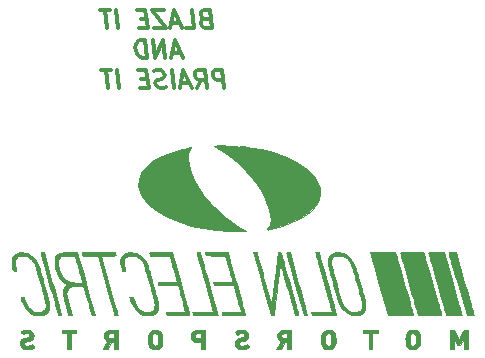
<source format=gbo>
G04 #@! TF.GenerationSoftware,KiCad,Pcbnew,5.0.2-bee76a0~70~ubuntu18.04.1*
G04 #@! TF.CreationDate,2019-04-20T18:07:34-04:00*
G04 #@! TF.ProjectId,TSAL,5453414c-2e6b-4696-9361-645f70636258,rev?*
G04 #@! TF.SameCoordinates,Original*
G04 #@! TF.FileFunction,Legend,Bot*
G04 #@! TF.FilePolarity,Positive*
%FSLAX46Y46*%
G04 Gerber Fmt 4.6, Leading zero omitted, Abs format (unit mm)*
G04 Created by KiCad (PCBNEW 5.0.2-bee76a0~70~ubuntu18.04.1) date Sat 20 Apr 2019 06:07:34 PM EDT*
%MOMM*%
%LPD*%
G01*
G04 APERTURE LIST*
%ADD10C,0.300000*%
%ADD11C,0.010000*%
G04 APERTURE END LIST*
D10*
X156745357Y-81000000D02*
X156031071Y-81000000D01*
X156941785Y-81428571D02*
X156254285Y-79928571D01*
X155941785Y-81428571D01*
X155441785Y-81428571D02*
X155254285Y-79928571D01*
X154584642Y-81428571D01*
X154397142Y-79928571D01*
X153870357Y-81428571D02*
X153682857Y-79928571D01*
X153325714Y-79928571D01*
X153120357Y-80000000D01*
X152995357Y-80142857D01*
X152941785Y-80285714D01*
X152906071Y-80571428D01*
X152932857Y-80785714D01*
X153040000Y-81071428D01*
X153129285Y-81214285D01*
X153290000Y-81357142D01*
X153513214Y-81428571D01*
X153870357Y-81428571D01*
X158772142Y-78092857D02*
X158566785Y-78164285D01*
X158504285Y-78235714D01*
X158450714Y-78378571D01*
X158477500Y-78592857D01*
X158566785Y-78735714D01*
X158647142Y-78807142D01*
X158798928Y-78878571D01*
X159370357Y-78878571D01*
X159182857Y-77378571D01*
X158682857Y-77378571D01*
X158548928Y-77450000D01*
X158486428Y-77521428D01*
X158432857Y-77664285D01*
X158450714Y-77807142D01*
X158540000Y-77950000D01*
X158620357Y-78021428D01*
X158772142Y-78092857D01*
X159272142Y-78092857D01*
X157156071Y-78878571D02*
X157870357Y-78878571D01*
X157682857Y-77378571D01*
X156673928Y-78450000D02*
X155959642Y-78450000D01*
X156870357Y-78878571D02*
X156182857Y-77378571D01*
X155870357Y-78878571D01*
X155325714Y-77378571D02*
X154325714Y-77378571D01*
X155513214Y-78878571D01*
X154513214Y-78878571D01*
X153843571Y-78092857D02*
X153343571Y-78092857D01*
X153227500Y-78878571D02*
X153941785Y-78878571D01*
X153754285Y-77378571D01*
X153040000Y-77378571D01*
X151441785Y-78878571D02*
X151254285Y-77378571D01*
X150754285Y-77378571D02*
X149897142Y-77378571D01*
X150513214Y-78878571D02*
X150325714Y-77378571D01*
X160441785Y-83978571D02*
X160254285Y-82478571D01*
X159682857Y-82478571D01*
X159548928Y-82550000D01*
X159486428Y-82621428D01*
X159432857Y-82764285D01*
X159459642Y-82978571D01*
X159548928Y-83121428D01*
X159629285Y-83192857D01*
X159781071Y-83264285D01*
X160352500Y-83264285D01*
X158084642Y-83978571D02*
X158495357Y-83264285D01*
X158941785Y-83978571D02*
X158754285Y-82478571D01*
X158182857Y-82478571D01*
X158048928Y-82550000D01*
X157986428Y-82621428D01*
X157932857Y-82764285D01*
X157959642Y-82978571D01*
X158048928Y-83121428D01*
X158129285Y-83192857D01*
X158281071Y-83264285D01*
X158852500Y-83264285D01*
X157459642Y-83550000D02*
X156745357Y-83550000D01*
X157656071Y-83978571D02*
X156968571Y-82478571D01*
X156656071Y-83978571D01*
X156156071Y-83978571D02*
X155968571Y-82478571D01*
X155504285Y-83907142D02*
X155298928Y-83978571D01*
X154941785Y-83978571D01*
X154790000Y-83907142D01*
X154709642Y-83835714D01*
X154620357Y-83692857D01*
X154602500Y-83550000D01*
X154656071Y-83407142D01*
X154718571Y-83335714D01*
X154852500Y-83264285D01*
X155129285Y-83192857D01*
X155263214Y-83121428D01*
X155325714Y-83050000D01*
X155379285Y-82907142D01*
X155361428Y-82764285D01*
X155272142Y-82621428D01*
X155191785Y-82550000D01*
X155040000Y-82478571D01*
X154682857Y-82478571D01*
X154477500Y-82550000D01*
X153915000Y-83192857D02*
X153415000Y-83192857D01*
X153298928Y-83978571D02*
X154013214Y-83978571D01*
X153825714Y-82478571D01*
X153111428Y-82478571D01*
X151513214Y-83978571D02*
X151325714Y-82478571D01*
X150825714Y-82478571D02*
X149968571Y-82478571D01*
X150584642Y-83978571D02*
X150397142Y-82478571D01*
D11*
G04 #@! TO.C,G\002A\002A\002A*
G36*
X161539070Y-95683726D02*
X161047169Y-95353291D01*
X160500346Y-94919905D01*
X159939000Y-94420573D01*
X159403529Y-93892300D01*
X158934333Y-93372091D01*
X158713963Y-93095931D01*
X158256696Y-92429336D01*
X157883857Y-91763455D01*
X157601473Y-91117948D01*
X157415570Y-90512477D01*
X157332175Y-89966703D01*
X157357313Y-89500289D01*
X157497011Y-89132896D01*
X157498549Y-89130500D01*
X157580728Y-88992806D01*
X157598119Y-88944163D01*
X157511643Y-88965915D01*
X157298768Y-89020831D01*
X156996916Y-89099234D01*
X156813000Y-89147173D01*
X155820197Y-89448716D01*
X154987883Y-89794146D01*
X154312425Y-90185661D01*
X153790192Y-90625457D01*
X153417551Y-91115734D01*
X153349140Y-91242824D01*
X153167408Y-91773567D01*
X153145747Y-92298968D01*
X153274897Y-92813274D01*
X153545597Y-93310731D01*
X153948584Y-93785585D01*
X154474599Y-94232082D01*
X155114380Y-94644469D01*
X155858666Y-95016991D01*
X156698195Y-95343894D01*
X157623707Y-95619426D01*
X158625940Y-95837831D01*
X159695633Y-95993355D01*
X160823526Y-96080246D01*
X161153482Y-96091618D01*
X162276631Y-96119785D01*
X161539070Y-95683726D01*
X161539070Y-95683726D01*
G37*
X161539070Y-95683726D02*
X161047169Y-95353291D01*
X160500346Y-94919905D01*
X159939000Y-94420573D01*
X159403529Y-93892300D01*
X158934333Y-93372091D01*
X158713963Y-93095931D01*
X158256696Y-92429336D01*
X157883857Y-91763455D01*
X157601473Y-91117948D01*
X157415570Y-90512477D01*
X157332175Y-89966703D01*
X157357313Y-89500289D01*
X157497011Y-89132896D01*
X157498549Y-89130500D01*
X157580728Y-88992806D01*
X157598119Y-88944163D01*
X157511643Y-88965915D01*
X157298768Y-89020831D01*
X156996916Y-89099234D01*
X156813000Y-89147173D01*
X155820197Y-89448716D01*
X154987883Y-89794146D01*
X154312425Y-90185661D01*
X153790192Y-90625457D01*
X153417551Y-91115734D01*
X153349140Y-91242824D01*
X153167408Y-91773567D01*
X153145747Y-92298968D01*
X153274897Y-92813274D01*
X153545597Y-93310731D01*
X153948584Y-93785585D01*
X154474599Y-94232082D01*
X155114380Y-94644469D01*
X155858666Y-95016991D01*
X156698195Y-95343894D01*
X157623707Y-95619426D01*
X158625940Y-95837831D01*
X159695633Y-95993355D01*
X160823526Y-96080246D01*
X161153482Y-96091618D01*
X162276631Y-96119785D01*
X161539070Y-95683726D01*
G36*
X164192983Y-95939143D02*
X164343457Y-95899129D01*
X164609628Y-95830824D01*
X164942829Y-95746675D01*
X165068000Y-95715353D01*
X165700523Y-95521412D01*
X166339166Y-95261366D01*
X166937709Y-94958074D01*
X167449928Y-94634399D01*
X167756464Y-94385631D01*
X168177728Y-93902550D01*
X168437210Y-93405705D01*
X168541208Y-92901883D01*
X168496021Y-92397872D01*
X168307949Y-91900459D01*
X167983290Y-91416431D01*
X167528343Y-90952574D01*
X166949408Y-90515676D01*
X166252783Y-90112524D01*
X165444767Y-89749904D01*
X164531660Y-89434605D01*
X163519759Y-89173412D01*
X162787525Y-89031702D01*
X162329989Y-88958127D01*
X162013227Y-88917748D01*
X161812288Y-88908974D01*
X161702225Y-88930217D01*
X161666988Y-88960312D01*
X161608074Y-89014072D01*
X161597963Y-88970267D01*
X161516319Y-88910596D01*
X161287525Y-88871027D01*
X161067500Y-88858162D01*
X160700619Y-88846946D01*
X160329467Y-88834734D01*
X160136142Y-88827894D01*
X159901824Y-88830686D01*
X159756863Y-88854502D01*
X159733975Y-88873843D01*
X159668294Y-88903621D01*
X159585834Y-88888003D01*
X159578337Y-88901138D01*
X159695123Y-88978847D01*
X159911598Y-89105015D01*
X159948718Y-89125773D01*
X160741052Y-89635860D01*
X161523964Y-90282424D01*
X162106472Y-90855234D01*
X162783545Y-91620737D01*
X163328075Y-92366337D01*
X163766751Y-93129744D01*
X163876149Y-93355915D01*
X164164204Y-94061966D01*
X164322957Y-94667350D01*
X164353305Y-95179665D01*
X164256150Y-95606508D01*
X164163505Y-95784819D01*
X164084494Y-95923405D01*
X164108577Y-95958225D01*
X164192983Y-95939143D01*
X164192983Y-95939143D01*
G37*
X164192983Y-95939143D02*
X164343457Y-95899129D01*
X164609628Y-95830824D01*
X164942829Y-95746675D01*
X165068000Y-95715353D01*
X165700523Y-95521412D01*
X166339166Y-95261366D01*
X166937709Y-94958074D01*
X167449928Y-94634399D01*
X167756464Y-94385631D01*
X168177728Y-93902550D01*
X168437210Y-93405705D01*
X168541208Y-92901883D01*
X168496021Y-92397872D01*
X168307949Y-91900459D01*
X167983290Y-91416431D01*
X167528343Y-90952574D01*
X166949408Y-90515676D01*
X166252783Y-90112524D01*
X165444767Y-89749904D01*
X164531660Y-89434605D01*
X163519759Y-89173412D01*
X162787525Y-89031702D01*
X162329989Y-88958127D01*
X162013227Y-88917748D01*
X161812288Y-88908974D01*
X161702225Y-88930217D01*
X161666988Y-88960312D01*
X161608074Y-89014072D01*
X161597963Y-88970267D01*
X161516319Y-88910596D01*
X161287525Y-88871027D01*
X161067500Y-88858162D01*
X160700619Y-88846946D01*
X160329467Y-88834734D01*
X160136142Y-88827894D01*
X159901824Y-88830686D01*
X159756863Y-88854502D01*
X159733975Y-88873843D01*
X159668294Y-88903621D01*
X159585834Y-88888003D01*
X159578337Y-88901138D01*
X159695123Y-88978847D01*
X159911598Y-89105015D01*
X159948718Y-89125773D01*
X160741052Y-89635860D01*
X161523964Y-90282424D01*
X162106472Y-90855234D01*
X162783545Y-91620737D01*
X163328075Y-92366337D01*
X163766751Y-93129744D01*
X163876149Y-93355915D01*
X164164204Y-94061966D01*
X164322957Y-94667350D01*
X164353305Y-95179665D01*
X164256150Y-95606508D01*
X164163505Y-95784819D01*
X164084494Y-95923405D01*
X164108577Y-95958225D01*
X164192983Y-95939143D01*
G36*
X143153925Y-97892868D02*
X142934681Y-97926299D01*
X142754872Y-97991430D01*
X142613947Y-98088626D01*
X142511356Y-98218251D01*
X142452661Y-98358355D01*
X142430575Y-98479405D01*
X142421518Y-98634671D01*
X142424925Y-98809421D01*
X142440230Y-98988924D01*
X142466867Y-99158448D01*
X142486674Y-99244100D01*
X142533928Y-99421900D01*
X142680598Y-99429581D01*
X142762649Y-99432258D01*
X142804661Y-99427220D01*
X142817181Y-99411449D01*
X142813773Y-99391481D01*
X142764593Y-99211585D01*
X142732993Y-99059954D01*
X142715931Y-98918426D01*
X142710398Y-98774200D01*
X142711177Y-98654853D01*
X142717281Y-98571066D01*
X142731364Y-98507668D01*
X142756078Y-98449489D01*
X142772520Y-98418919D01*
X142852159Y-98312178D01*
X142957016Y-98237348D01*
X143094054Y-98190928D01*
X143268781Y-98169494D01*
X143506766Y-98179411D01*
X143723120Y-98235285D01*
X143917849Y-98337119D01*
X144090959Y-98484918D01*
X144242455Y-98678687D01*
X144372346Y-98918429D01*
X144407790Y-99001013D01*
X144428365Y-99059544D01*
X144460646Y-99161530D01*
X144503067Y-99301393D01*
X144554060Y-99473553D01*
X144612058Y-99672433D01*
X144675494Y-99892452D01*
X144742800Y-100128031D01*
X144812408Y-100373592D01*
X144882752Y-100623555D01*
X144952264Y-100872342D01*
X145019377Y-101114372D01*
X145082523Y-101344068D01*
X145140134Y-101555849D01*
X145190645Y-101744138D01*
X145232486Y-101903354D01*
X145264091Y-102027919D01*
X145283893Y-102112254D01*
X145288737Y-102136761D01*
X145309248Y-102351416D01*
X145291588Y-102532897D01*
X145235560Y-102681776D01*
X145140962Y-102798628D01*
X145032800Y-102871811D01*
X144964809Y-102904765D01*
X144906781Y-102925159D01*
X144843660Y-102935394D01*
X144760388Y-102937872D01*
X144641909Y-102934995D01*
X144637630Y-102934850D01*
X144512530Y-102928890D01*
X144420987Y-102918554D01*
X144345765Y-102900127D01*
X144269626Y-102869893D01*
X144214500Y-102843639D01*
X144033176Y-102726716D01*
X143869165Y-102564279D01*
X143724577Y-102359288D01*
X143601524Y-102114701D01*
X143508159Y-101853950D01*
X143453053Y-101669800D01*
X143315827Y-101669800D01*
X143240092Y-101673664D01*
X143190253Y-101683616D01*
X143178600Y-101692909D01*
X143188144Y-101744067D01*
X143213949Y-101830327D01*
X143251771Y-101940309D01*
X143297370Y-102062636D01*
X143346503Y-102185929D01*
X143394929Y-102298810D01*
X143438406Y-102389900D01*
X143438524Y-102390127D01*
X143532089Y-102542712D01*
X143651982Y-102696743D01*
X143787390Y-102840996D01*
X143927498Y-102964250D01*
X144061493Y-103055282D01*
X144097447Y-103073948D01*
X144315090Y-103155256D01*
X144550083Y-103203581D01*
X144787286Y-103217322D01*
X145011560Y-103194875D01*
X145083600Y-103178335D01*
X145257344Y-103110338D01*
X145393560Y-103008624D01*
X145494681Y-102870841D01*
X145555243Y-102722333D01*
X145579656Y-102596727D01*
X145590030Y-102440211D01*
X145586109Y-102270767D01*
X145567636Y-102106382D01*
X145564314Y-102087214D01*
X145550216Y-102023892D01*
X145523426Y-101917444D01*
X145485539Y-101773494D01*
X145438147Y-101597667D01*
X145382845Y-101395587D01*
X145321227Y-101172877D01*
X145254885Y-100935163D01*
X145185415Y-100688068D01*
X145114409Y-100437217D01*
X145043461Y-100188234D01*
X144974166Y-99946742D01*
X144908117Y-99718367D01*
X144846907Y-99508732D01*
X144792131Y-99323462D01*
X144745382Y-99168181D01*
X144708254Y-99048512D01*
X144682340Y-98970081D01*
X144676440Y-98953995D01*
X144548080Y-98679559D01*
X144390484Y-98442899D01*
X144206208Y-98245797D01*
X143997813Y-98090036D01*
X143767855Y-97977400D01*
X143518894Y-97909671D01*
X143253487Y-97888633D01*
X143153925Y-97892868D01*
X143153925Y-97892868D01*
G37*
X143153925Y-97892868D02*
X142934681Y-97926299D01*
X142754872Y-97991430D01*
X142613947Y-98088626D01*
X142511356Y-98218251D01*
X142452661Y-98358355D01*
X142430575Y-98479405D01*
X142421518Y-98634671D01*
X142424925Y-98809421D01*
X142440230Y-98988924D01*
X142466867Y-99158448D01*
X142486674Y-99244100D01*
X142533928Y-99421900D01*
X142680598Y-99429581D01*
X142762649Y-99432258D01*
X142804661Y-99427220D01*
X142817181Y-99411449D01*
X142813773Y-99391481D01*
X142764593Y-99211585D01*
X142732993Y-99059954D01*
X142715931Y-98918426D01*
X142710398Y-98774200D01*
X142711177Y-98654853D01*
X142717281Y-98571066D01*
X142731364Y-98507668D01*
X142756078Y-98449489D01*
X142772520Y-98418919D01*
X142852159Y-98312178D01*
X142957016Y-98237348D01*
X143094054Y-98190928D01*
X143268781Y-98169494D01*
X143506766Y-98179411D01*
X143723120Y-98235285D01*
X143917849Y-98337119D01*
X144090959Y-98484918D01*
X144242455Y-98678687D01*
X144372346Y-98918429D01*
X144407790Y-99001013D01*
X144428365Y-99059544D01*
X144460646Y-99161530D01*
X144503067Y-99301393D01*
X144554060Y-99473553D01*
X144612058Y-99672433D01*
X144675494Y-99892452D01*
X144742800Y-100128031D01*
X144812408Y-100373592D01*
X144882752Y-100623555D01*
X144952264Y-100872342D01*
X145019377Y-101114372D01*
X145082523Y-101344068D01*
X145140134Y-101555849D01*
X145190645Y-101744138D01*
X145232486Y-101903354D01*
X145264091Y-102027919D01*
X145283893Y-102112254D01*
X145288737Y-102136761D01*
X145309248Y-102351416D01*
X145291588Y-102532897D01*
X145235560Y-102681776D01*
X145140962Y-102798628D01*
X145032800Y-102871811D01*
X144964809Y-102904765D01*
X144906781Y-102925159D01*
X144843660Y-102935394D01*
X144760388Y-102937872D01*
X144641909Y-102934995D01*
X144637630Y-102934850D01*
X144512530Y-102928890D01*
X144420987Y-102918554D01*
X144345765Y-102900127D01*
X144269626Y-102869893D01*
X144214500Y-102843639D01*
X144033176Y-102726716D01*
X143869165Y-102564279D01*
X143724577Y-102359288D01*
X143601524Y-102114701D01*
X143508159Y-101853950D01*
X143453053Y-101669800D01*
X143315827Y-101669800D01*
X143240092Y-101673664D01*
X143190253Y-101683616D01*
X143178600Y-101692909D01*
X143188144Y-101744067D01*
X143213949Y-101830327D01*
X143251771Y-101940309D01*
X143297370Y-102062636D01*
X143346503Y-102185929D01*
X143394929Y-102298810D01*
X143438406Y-102389900D01*
X143438524Y-102390127D01*
X143532089Y-102542712D01*
X143651982Y-102696743D01*
X143787390Y-102840996D01*
X143927498Y-102964250D01*
X144061493Y-103055282D01*
X144097447Y-103073948D01*
X144315090Y-103155256D01*
X144550083Y-103203581D01*
X144787286Y-103217322D01*
X145011560Y-103194875D01*
X145083600Y-103178335D01*
X145257344Y-103110338D01*
X145393560Y-103008624D01*
X145494681Y-102870841D01*
X145555243Y-102722333D01*
X145579656Y-102596727D01*
X145590030Y-102440211D01*
X145586109Y-102270767D01*
X145567636Y-102106382D01*
X145564314Y-102087214D01*
X145550216Y-102023892D01*
X145523426Y-101917444D01*
X145485539Y-101773494D01*
X145438147Y-101597667D01*
X145382845Y-101395587D01*
X145321227Y-101172877D01*
X145254885Y-100935163D01*
X145185415Y-100688068D01*
X145114409Y-100437217D01*
X145043461Y-100188234D01*
X144974166Y-99946742D01*
X144908117Y-99718367D01*
X144846907Y-99508732D01*
X144792131Y-99323462D01*
X144745382Y-99168181D01*
X144708254Y-99048512D01*
X144682340Y-98970081D01*
X144676440Y-98953995D01*
X144548080Y-98679559D01*
X144390484Y-98442899D01*
X144206208Y-98245797D01*
X143997813Y-98090036D01*
X143767855Y-97977400D01*
X143518894Y-97909671D01*
X143253487Y-97888633D01*
X143153925Y-97892868D01*
G36*
X144889856Y-97899223D02*
X144880400Y-97918443D01*
X144887153Y-97947320D01*
X144906809Y-98021837D01*
X144938467Y-98138747D01*
X144981225Y-98294801D01*
X145034182Y-98486752D01*
X145096436Y-98711351D01*
X145167084Y-98965352D01*
X145245226Y-99245505D01*
X145329959Y-99548563D01*
X145420381Y-99871279D01*
X145515592Y-100210404D01*
X145605378Y-100529620D01*
X145704385Y-100881374D01*
X145799671Y-101220014D01*
X145890312Y-101542255D01*
X145975385Y-101844815D01*
X146053969Y-102124408D01*
X146125141Y-102377750D01*
X146187979Y-102601557D01*
X146241559Y-102792544D01*
X146284961Y-102947427D01*
X146317260Y-103062922D01*
X146337536Y-103135745D01*
X146344731Y-103162050D01*
X146358968Y-103195216D01*
X146389215Y-103212381D01*
X146449120Y-103218605D01*
X146498808Y-103219200D01*
X146578239Y-103217760D01*
X146617870Y-103210079D01*
X146628690Y-103191117D01*
X146623355Y-103162050D01*
X146614531Y-103130261D01*
X146592852Y-103052841D01*
X146559235Y-102933055D01*
X146514600Y-102774168D01*
X146459865Y-102579446D01*
X146395948Y-102352153D01*
X146323767Y-102095556D01*
X146244242Y-101812919D01*
X146158289Y-101507508D01*
X146066829Y-101182589D01*
X145970779Y-100841426D01*
X145875032Y-100501400D01*
X145141862Y-97897900D01*
X145011131Y-97890222D01*
X144930221Y-97889071D01*
X144889856Y-97899223D01*
X144889856Y-97899223D01*
G37*
X144889856Y-97899223D02*
X144880400Y-97918443D01*
X144887153Y-97947320D01*
X144906809Y-98021837D01*
X144938467Y-98138747D01*
X144981225Y-98294801D01*
X145034182Y-98486752D01*
X145096436Y-98711351D01*
X145167084Y-98965352D01*
X145245226Y-99245505D01*
X145329959Y-99548563D01*
X145420381Y-99871279D01*
X145515592Y-100210404D01*
X145605378Y-100529620D01*
X145704385Y-100881374D01*
X145799671Y-101220014D01*
X145890312Y-101542255D01*
X145975385Y-101844815D01*
X146053969Y-102124408D01*
X146125141Y-102377750D01*
X146187979Y-102601557D01*
X146241559Y-102792544D01*
X146284961Y-102947427D01*
X146317260Y-103062922D01*
X146337536Y-103135745D01*
X146344731Y-103162050D01*
X146358968Y-103195216D01*
X146389215Y-103212381D01*
X146449120Y-103218605D01*
X146498808Y-103219200D01*
X146578239Y-103217760D01*
X146617870Y-103210079D01*
X146628690Y-103191117D01*
X146623355Y-103162050D01*
X146614531Y-103130261D01*
X146592852Y-103052841D01*
X146559235Y-102933055D01*
X146514600Y-102774168D01*
X146459865Y-102579446D01*
X146395948Y-102352153D01*
X146323767Y-102095556D01*
X146244242Y-101812919D01*
X146158289Y-101507508D01*
X146066829Y-101182589D01*
X145970779Y-100841426D01*
X145875032Y-100501400D01*
X145141862Y-97897900D01*
X145011131Y-97890222D01*
X144930221Y-97889071D01*
X144889856Y-97899223D01*
G36*
X147481254Y-97889094D02*
X147301596Y-97891131D01*
X147299750Y-97891157D01*
X147087020Y-97894639D01*
X146918539Y-97898653D01*
X146787760Y-97903642D01*
X146688134Y-97910050D01*
X146613109Y-97918322D01*
X146556139Y-97928901D01*
X146510672Y-97942230D01*
X146502612Y-97945179D01*
X146345579Y-98029344D01*
X146215905Y-98149331D01*
X146123859Y-98295620D01*
X146123313Y-98296845D01*
X146082715Y-98434070D01*
X146063935Y-98606369D01*
X146066857Y-98802993D01*
X146091360Y-99013197D01*
X146133451Y-99211606D01*
X146240310Y-99555695D01*
X146369347Y-99854103D01*
X146520583Y-100106861D01*
X146694036Y-100314002D01*
X146889727Y-100475558D01*
X146963200Y-100521180D01*
X147028900Y-100558865D01*
X147073228Y-100584401D01*
X147083899Y-100590635D01*
X147071390Y-100609431D01*
X147032423Y-100654277D01*
X146985095Y-100705220D01*
X146894727Y-100811092D01*
X146833309Y-100914075D01*
X146796161Y-101027773D01*
X146778602Y-101165793D01*
X146775598Y-101314200D01*
X146776854Y-101390712D01*
X146780086Y-101459347D01*
X146786764Y-101526973D01*
X146798358Y-101600456D01*
X146816336Y-101686663D01*
X146842168Y-101792460D01*
X146877321Y-101924714D01*
X146923267Y-102090293D01*
X146981473Y-102296062D01*
X146998400Y-102355600D01*
X147052906Y-102547109D01*
X147103364Y-102724198D01*
X147147987Y-102880603D01*
X147184987Y-103010064D01*
X147212573Y-103106319D01*
X147228958Y-103163106D01*
X147232394Y-103174750D01*
X147251796Y-103201652D01*
X147296814Y-103215278D01*
X147379611Y-103219194D01*
X147384012Y-103219200D01*
X147460003Y-103217237D01*
X147510121Y-103212182D01*
X147522000Y-103207410D01*
X147515370Y-103180967D01*
X147496581Y-103111599D01*
X147467286Y-103005266D01*
X147429137Y-102867929D01*
X147383789Y-102705548D01*
X147332894Y-102524086D01*
X147305938Y-102428260D01*
X147251098Y-102231440D01*
X147199795Y-102043430D01*
X147153979Y-101871680D01*
X147115603Y-101723643D01*
X147086617Y-101606769D01*
X147068972Y-101528509D01*
X147065704Y-101510799D01*
X147054558Y-101315765D01*
X147087217Y-101144853D01*
X147163005Y-100999544D01*
X147281246Y-100881317D01*
X147381473Y-100819218D01*
X147434650Y-100792659D01*
X147481267Y-100772954D01*
X147530141Y-100758920D01*
X147590087Y-100749377D01*
X147669920Y-100743143D01*
X147778455Y-100739038D01*
X147924509Y-100735881D01*
X148015489Y-100734268D01*
X148499900Y-100725837D01*
X148803106Y-101813768D01*
X148868012Y-102046415D01*
X148930319Y-102269286D01*
X148988363Y-102476465D01*
X149040482Y-102662036D01*
X149085013Y-102820083D01*
X149120292Y-102944689D01*
X149144656Y-103029940D01*
X149153556Y-103060450D01*
X149200801Y-103219200D01*
X149326601Y-103219200D01*
X149406650Y-103214860D01*
X149445288Y-103200109D01*
X149452400Y-103181994D01*
X149445649Y-103152973D01*
X149425990Y-103078285D01*
X149394318Y-102961154D01*
X149351527Y-102804801D01*
X149298512Y-102612451D01*
X149236167Y-102387326D01*
X149165385Y-102132648D01*
X149087062Y-101851641D01*
X149002091Y-101547527D01*
X148911366Y-101223529D01*
X148815782Y-100882870D01*
X148716233Y-100528773D01*
X148715800Y-100527236D01*
X148690820Y-100438432D01*
X148411000Y-100438432D01*
X148386973Y-100442419D01*
X148320382Y-100445858D01*
X148219461Y-100448517D01*
X148092445Y-100450165D01*
X147977865Y-100450600D01*
X147763056Y-100448061D01*
X147591640Y-100440130D01*
X147456444Y-100426333D01*
X147367126Y-100410205D01*
X147164371Y-100341791D01*
X146983596Y-100232987D01*
X146823645Y-100082344D01*
X146683363Y-99888411D01*
X146561594Y-99649739D01*
X146457183Y-99364876D01*
X146413406Y-99213232D01*
X146359828Y-98962396D01*
X146342711Y-98746826D01*
X146362074Y-98566393D01*
X146417935Y-98420972D01*
X146510312Y-98310434D01*
X146550952Y-98280175D01*
X146618001Y-98241776D01*
X146692257Y-98212682D01*
X146781662Y-98191712D01*
X146894163Y-98177682D01*
X147037702Y-98169410D01*
X147220225Y-98165715D01*
X147323439Y-98165220D01*
X147485602Y-98165410D01*
X147604051Y-98166941D01*
X147685867Y-98170485D01*
X147738130Y-98176712D01*
X147767921Y-98186292D01*
X147782322Y-98199897D01*
X147786160Y-98209050D01*
X147799074Y-98253262D01*
X147823254Y-98337921D01*
X147857034Y-98457079D01*
X147898746Y-98604786D01*
X147946722Y-98775091D01*
X147999296Y-98962046D01*
X148054798Y-99159700D01*
X148111562Y-99362104D01*
X148167921Y-99563309D01*
X148222206Y-99757365D01*
X148272751Y-99938322D01*
X148317887Y-100100231D01*
X148355947Y-100237142D01*
X148385264Y-100343105D01*
X148404171Y-100412172D01*
X148410999Y-100438391D01*
X148411000Y-100438432D01*
X148690820Y-100438432D01*
X148616326Y-100173617D01*
X148520804Y-99833799D01*
X148430127Y-99510969D01*
X148345187Y-99208313D01*
X148266875Y-98929016D01*
X148196084Y-98676265D01*
X148133705Y-98453245D01*
X148080630Y-98263143D01*
X148037750Y-98109145D01*
X148005958Y-97994436D01*
X147986144Y-97922204D01*
X147979202Y-97895633D01*
X147979200Y-97895598D01*
X147954901Y-97892216D01*
X147886383Y-97889831D01*
X147780220Y-97888487D01*
X147642986Y-97888227D01*
X147481254Y-97889094D01*
X147481254Y-97889094D01*
G37*
X147481254Y-97889094D02*
X147301596Y-97891131D01*
X147299750Y-97891157D01*
X147087020Y-97894639D01*
X146918539Y-97898653D01*
X146787760Y-97903642D01*
X146688134Y-97910050D01*
X146613109Y-97918322D01*
X146556139Y-97928901D01*
X146510672Y-97942230D01*
X146502612Y-97945179D01*
X146345579Y-98029344D01*
X146215905Y-98149331D01*
X146123859Y-98295620D01*
X146123313Y-98296845D01*
X146082715Y-98434070D01*
X146063935Y-98606369D01*
X146066857Y-98802993D01*
X146091360Y-99013197D01*
X146133451Y-99211606D01*
X146240310Y-99555695D01*
X146369347Y-99854103D01*
X146520583Y-100106861D01*
X146694036Y-100314002D01*
X146889727Y-100475558D01*
X146963200Y-100521180D01*
X147028900Y-100558865D01*
X147073228Y-100584401D01*
X147083899Y-100590635D01*
X147071390Y-100609431D01*
X147032423Y-100654277D01*
X146985095Y-100705220D01*
X146894727Y-100811092D01*
X146833309Y-100914075D01*
X146796161Y-101027773D01*
X146778602Y-101165793D01*
X146775598Y-101314200D01*
X146776854Y-101390712D01*
X146780086Y-101459347D01*
X146786764Y-101526973D01*
X146798358Y-101600456D01*
X146816336Y-101686663D01*
X146842168Y-101792460D01*
X146877321Y-101924714D01*
X146923267Y-102090293D01*
X146981473Y-102296062D01*
X146998400Y-102355600D01*
X147052906Y-102547109D01*
X147103364Y-102724198D01*
X147147987Y-102880603D01*
X147184987Y-103010064D01*
X147212573Y-103106319D01*
X147228958Y-103163106D01*
X147232394Y-103174750D01*
X147251796Y-103201652D01*
X147296814Y-103215278D01*
X147379611Y-103219194D01*
X147384012Y-103219200D01*
X147460003Y-103217237D01*
X147510121Y-103212182D01*
X147522000Y-103207410D01*
X147515370Y-103180967D01*
X147496581Y-103111599D01*
X147467286Y-103005266D01*
X147429137Y-102867929D01*
X147383789Y-102705548D01*
X147332894Y-102524086D01*
X147305938Y-102428260D01*
X147251098Y-102231440D01*
X147199795Y-102043430D01*
X147153979Y-101871680D01*
X147115603Y-101723643D01*
X147086617Y-101606769D01*
X147068972Y-101528509D01*
X147065704Y-101510799D01*
X147054558Y-101315765D01*
X147087217Y-101144853D01*
X147163005Y-100999544D01*
X147281246Y-100881317D01*
X147381473Y-100819218D01*
X147434650Y-100792659D01*
X147481267Y-100772954D01*
X147530141Y-100758920D01*
X147590087Y-100749377D01*
X147669920Y-100743143D01*
X147778455Y-100739038D01*
X147924509Y-100735881D01*
X148015489Y-100734268D01*
X148499900Y-100725837D01*
X148803106Y-101813768D01*
X148868012Y-102046415D01*
X148930319Y-102269286D01*
X148988363Y-102476465D01*
X149040482Y-102662036D01*
X149085013Y-102820083D01*
X149120292Y-102944689D01*
X149144656Y-103029940D01*
X149153556Y-103060450D01*
X149200801Y-103219200D01*
X149326601Y-103219200D01*
X149406650Y-103214860D01*
X149445288Y-103200109D01*
X149452400Y-103181994D01*
X149445649Y-103152973D01*
X149425990Y-103078285D01*
X149394318Y-102961154D01*
X149351527Y-102804801D01*
X149298512Y-102612451D01*
X149236167Y-102387326D01*
X149165385Y-102132648D01*
X149087062Y-101851641D01*
X149002091Y-101547527D01*
X148911366Y-101223529D01*
X148815782Y-100882870D01*
X148716233Y-100528773D01*
X148715800Y-100527236D01*
X148690820Y-100438432D01*
X148411000Y-100438432D01*
X148386973Y-100442419D01*
X148320382Y-100445858D01*
X148219461Y-100448517D01*
X148092445Y-100450165D01*
X147977865Y-100450600D01*
X147763056Y-100448061D01*
X147591640Y-100440130D01*
X147456444Y-100426333D01*
X147367126Y-100410205D01*
X147164371Y-100341791D01*
X146983596Y-100232987D01*
X146823645Y-100082344D01*
X146683363Y-99888411D01*
X146561594Y-99649739D01*
X146457183Y-99364876D01*
X146413406Y-99213232D01*
X146359828Y-98962396D01*
X146342711Y-98746826D01*
X146362074Y-98566393D01*
X146417935Y-98420972D01*
X146510312Y-98310434D01*
X146550952Y-98280175D01*
X146618001Y-98241776D01*
X146692257Y-98212682D01*
X146781662Y-98191712D01*
X146894163Y-98177682D01*
X147037702Y-98169410D01*
X147220225Y-98165715D01*
X147323439Y-98165220D01*
X147485602Y-98165410D01*
X147604051Y-98166941D01*
X147685867Y-98170485D01*
X147738130Y-98176712D01*
X147767921Y-98186292D01*
X147782322Y-98199897D01*
X147786160Y-98209050D01*
X147799074Y-98253262D01*
X147823254Y-98337921D01*
X147857034Y-98457079D01*
X147898746Y-98604786D01*
X147946722Y-98775091D01*
X147999296Y-98962046D01*
X148054798Y-99159700D01*
X148111562Y-99362104D01*
X148167921Y-99563309D01*
X148222206Y-99757365D01*
X148272751Y-99938322D01*
X148317887Y-100100231D01*
X148355947Y-100237142D01*
X148385264Y-100343105D01*
X148404171Y-100412172D01*
X148410999Y-100438391D01*
X148411000Y-100438432D01*
X148690820Y-100438432D01*
X148616326Y-100173617D01*
X148520804Y-99833799D01*
X148430127Y-99510969D01*
X148345187Y-99208313D01*
X148266875Y-98929016D01*
X148196084Y-98676265D01*
X148133705Y-98453245D01*
X148080630Y-98263143D01*
X148037750Y-98109145D01*
X148005958Y-97994436D01*
X147986144Y-97922204D01*
X147979202Y-97895633D01*
X147979200Y-97895598D01*
X147954901Y-97892216D01*
X147886383Y-97889831D01*
X147780220Y-97888487D01*
X147642986Y-97888227D01*
X147481254Y-97889094D01*
G36*
X149506702Y-97885341D02*
X149260338Y-97885748D01*
X149034395Y-97886394D01*
X148833439Y-97887254D01*
X148662038Y-97888300D01*
X148524756Y-97889507D01*
X148426160Y-97890848D01*
X148370817Y-97892297D01*
X148360200Y-97893289D01*
X148366815Y-97920059D01*
X148383825Y-97980275D01*
X148399156Y-98032555D01*
X148438111Y-98163731D01*
X149076347Y-98170515D01*
X149714583Y-98177300D01*
X150404657Y-100628400D01*
X150501318Y-100971807D01*
X150594299Y-101302287D01*
X150682648Y-101616446D01*
X150765411Y-101910888D01*
X150841637Y-102182221D01*
X150910372Y-102427050D01*
X150970663Y-102641979D01*
X151021559Y-102823616D01*
X151062105Y-102968565D01*
X151091351Y-103073433D01*
X151108342Y-103134825D01*
X151112250Y-103149350D01*
X151126219Y-103189554D01*
X151151496Y-103210379D01*
X151202259Y-103218144D01*
X151268984Y-103219200D01*
X151345293Y-103218152D01*
X151395721Y-103215451D01*
X151407876Y-103212850D01*
X151401095Y-103188051D01*
X151381450Y-103117595D01*
X151349850Y-103004718D01*
X151307206Y-102852659D01*
X151254428Y-102664656D01*
X151192425Y-102443948D01*
X151122108Y-102193774D01*
X151044385Y-101917371D01*
X150960169Y-101617977D01*
X150870367Y-101298832D01*
X150775891Y-100963173D01*
X150699517Y-100691900D01*
X149991483Y-98177300D01*
X150626190Y-98170508D01*
X150824877Y-98168005D01*
X150978077Y-98165026D01*
X151091106Y-98161207D01*
X151169277Y-98156178D01*
X151217904Y-98149574D01*
X151242300Y-98141029D01*
X151247780Y-98130174D01*
X151247055Y-98127647D01*
X151231902Y-98081108D01*
X151211299Y-98009876D01*
X151205428Y-97988388D01*
X151177642Y-97885200D01*
X149768921Y-97885200D01*
X149506702Y-97885341D01*
X149506702Y-97885341D01*
G37*
X149506702Y-97885341D02*
X149260338Y-97885748D01*
X149034395Y-97886394D01*
X148833439Y-97887254D01*
X148662038Y-97888300D01*
X148524756Y-97889507D01*
X148426160Y-97890848D01*
X148370817Y-97892297D01*
X148360200Y-97893289D01*
X148366815Y-97920059D01*
X148383825Y-97980275D01*
X148399156Y-98032555D01*
X148438111Y-98163731D01*
X149076347Y-98170515D01*
X149714583Y-98177300D01*
X150404657Y-100628400D01*
X150501318Y-100971807D01*
X150594299Y-101302287D01*
X150682648Y-101616446D01*
X150765411Y-101910888D01*
X150841637Y-102182221D01*
X150910372Y-102427050D01*
X150970663Y-102641979D01*
X151021559Y-102823616D01*
X151062105Y-102968565D01*
X151091351Y-103073433D01*
X151108342Y-103134825D01*
X151112250Y-103149350D01*
X151126219Y-103189554D01*
X151151496Y-103210379D01*
X151202259Y-103218144D01*
X151268984Y-103219200D01*
X151345293Y-103218152D01*
X151395721Y-103215451D01*
X151407876Y-103212850D01*
X151401095Y-103188051D01*
X151381450Y-103117595D01*
X151349850Y-103004718D01*
X151307206Y-102852659D01*
X151254428Y-102664656D01*
X151192425Y-102443948D01*
X151122108Y-102193774D01*
X151044385Y-101917371D01*
X150960169Y-101617977D01*
X150870367Y-101298832D01*
X150775891Y-100963173D01*
X150699517Y-100691900D01*
X149991483Y-98177300D01*
X150626190Y-98170508D01*
X150824877Y-98168005D01*
X150978077Y-98165026D01*
X151091106Y-98161207D01*
X151169277Y-98156178D01*
X151217904Y-98149574D01*
X151242300Y-98141029D01*
X151247780Y-98130174D01*
X151247055Y-98127647D01*
X151231902Y-98081108D01*
X151211299Y-98009876D01*
X151205428Y-97988388D01*
X151177642Y-97885200D01*
X149768921Y-97885200D01*
X149506702Y-97885341D01*
G36*
X152355976Y-97899181D02*
X152262076Y-97902466D01*
X152191963Y-97911137D01*
X152132132Y-97927519D01*
X152069080Y-97953935D01*
X152014485Y-97980284D01*
X151864744Y-98078567D01*
X151752440Y-98207979D01*
X151677418Y-98369238D01*
X151639521Y-98563060D01*
X151638595Y-98790164D01*
X151674482Y-99051267D01*
X151730533Y-99288550D01*
X151770495Y-99434600D01*
X151906848Y-99434600D01*
X151982321Y-99432106D01*
X152031837Y-99425687D01*
X152043200Y-99419781D01*
X152037414Y-99389783D01*
X152022066Y-99323497D01*
X152000178Y-99233853D01*
X151994270Y-99210231D01*
X151944953Y-98978946D01*
X151923828Y-98785030D01*
X151931393Y-98623269D01*
X151968143Y-98488446D01*
X152034576Y-98375345D01*
X152078468Y-98325921D01*
X152169196Y-98250086D01*
X152268960Y-98200519D01*
X152388969Y-98174100D01*
X152540434Y-98167710D01*
X152634435Y-98171217D01*
X152762760Y-98181945D01*
X152861668Y-98200690D01*
X152952457Y-98232511D01*
X153015435Y-98261730D01*
X153197252Y-98378874D01*
X153362033Y-98540658D01*
X153506274Y-98742754D01*
X153626472Y-98980837D01*
X153654241Y-99050446D01*
X153673255Y-99107136D01*
X153704144Y-99207109D01*
X153745297Y-99344670D01*
X153795103Y-99514124D01*
X153851950Y-99709777D01*
X153914226Y-99925935D01*
X153980320Y-100156903D01*
X154048622Y-100396986D01*
X154117518Y-100640490D01*
X154185398Y-100881721D01*
X154250650Y-101114984D01*
X154311663Y-101334585D01*
X154366826Y-101534829D01*
X154414526Y-101710021D01*
X154453152Y-101854467D01*
X154481094Y-101962473D01*
X154496115Y-102025400D01*
X154515792Y-102142659D01*
X154528778Y-102268826D01*
X154531818Y-102342900D01*
X154516238Y-102530349D01*
X154467585Y-102680540D01*
X154384209Y-102795024D01*
X154264459Y-102875353D01*
X154106685Y-102923078D01*
X153909235Y-102939752D01*
X153896852Y-102939800D01*
X153666991Y-102917751D01*
X153459159Y-102851299D01*
X153272851Y-102739982D01*
X153107560Y-102583341D01*
X152962779Y-102380915D01*
X152838004Y-102132243D01*
X152751829Y-101898400D01*
X152682508Y-101682500D01*
X152540654Y-101674882D01*
X152463541Y-101672630D01*
X152412022Y-101674743D01*
X152398800Y-101678941D01*
X152406176Y-101706553D01*
X152426031Y-101771429D01*
X152454953Y-101862583D01*
X152476067Y-101927859D01*
X152598857Y-102246775D01*
X152744759Y-102520459D01*
X152913769Y-102748909D01*
X153105886Y-102932121D01*
X153321107Y-103070095D01*
X153559429Y-103162827D01*
X153820850Y-103210316D01*
X153986300Y-103217110D01*
X154101647Y-103212368D01*
X154214050Y-103201152D01*
X154300430Y-103185813D01*
X154305056Y-103184605D01*
X154481971Y-103114037D01*
X154623070Y-103007479D01*
X154728213Y-102865059D01*
X154774767Y-102760255D01*
X154798860Y-102654832D01*
X154811759Y-102514975D01*
X154813414Y-102355809D01*
X154803778Y-102192462D01*
X154782801Y-102040061D01*
X154777170Y-102011892D01*
X154763282Y-101954684D01*
X154737046Y-101854411D01*
X154700079Y-101716850D01*
X154654003Y-101547779D01*
X154600437Y-101352974D01*
X154540999Y-101138213D01*
X154477310Y-100909274D01*
X154410989Y-100671932D01*
X154343656Y-100431966D01*
X154276930Y-100195152D01*
X154212430Y-99967268D01*
X154151776Y-99754091D01*
X154096587Y-99561397D01*
X154048484Y-99394964D01*
X154009085Y-99260569D01*
X153980010Y-99163990D01*
X153969239Y-99129800D01*
X153851977Y-98831460D01*
X153706672Y-98569978D01*
X153535187Y-98347536D01*
X153339382Y-98166315D01*
X153121121Y-98028496D01*
X152975787Y-97965963D01*
X152886368Y-97936321D01*
X152804952Y-97916909D01*
X152716101Y-97905611D01*
X152604377Y-97900309D01*
X152487166Y-97898959D01*
X152355976Y-97899181D01*
X152355976Y-97899181D01*
G37*
X152355976Y-97899181D02*
X152262076Y-97902466D01*
X152191963Y-97911137D01*
X152132132Y-97927519D01*
X152069080Y-97953935D01*
X152014485Y-97980284D01*
X151864744Y-98078567D01*
X151752440Y-98207979D01*
X151677418Y-98369238D01*
X151639521Y-98563060D01*
X151638595Y-98790164D01*
X151674482Y-99051267D01*
X151730533Y-99288550D01*
X151770495Y-99434600D01*
X151906848Y-99434600D01*
X151982321Y-99432106D01*
X152031837Y-99425687D01*
X152043200Y-99419781D01*
X152037414Y-99389783D01*
X152022066Y-99323497D01*
X152000178Y-99233853D01*
X151994270Y-99210231D01*
X151944953Y-98978946D01*
X151923828Y-98785030D01*
X151931393Y-98623269D01*
X151968143Y-98488446D01*
X152034576Y-98375345D01*
X152078468Y-98325921D01*
X152169196Y-98250086D01*
X152268960Y-98200519D01*
X152388969Y-98174100D01*
X152540434Y-98167710D01*
X152634435Y-98171217D01*
X152762760Y-98181945D01*
X152861668Y-98200690D01*
X152952457Y-98232511D01*
X153015435Y-98261730D01*
X153197252Y-98378874D01*
X153362033Y-98540658D01*
X153506274Y-98742754D01*
X153626472Y-98980837D01*
X153654241Y-99050446D01*
X153673255Y-99107136D01*
X153704144Y-99207109D01*
X153745297Y-99344670D01*
X153795103Y-99514124D01*
X153851950Y-99709777D01*
X153914226Y-99925935D01*
X153980320Y-100156903D01*
X154048622Y-100396986D01*
X154117518Y-100640490D01*
X154185398Y-100881721D01*
X154250650Y-101114984D01*
X154311663Y-101334585D01*
X154366826Y-101534829D01*
X154414526Y-101710021D01*
X154453152Y-101854467D01*
X154481094Y-101962473D01*
X154496115Y-102025400D01*
X154515792Y-102142659D01*
X154528778Y-102268826D01*
X154531818Y-102342900D01*
X154516238Y-102530349D01*
X154467585Y-102680540D01*
X154384209Y-102795024D01*
X154264459Y-102875353D01*
X154106685Y-102923078D01*
X153909235Y-102939752D01*
X153896852Y-102939800D01*
X153666991Y-102917751D01*
X153459159Y-102851299D01*
X153272851Y-102739982D01*
X153107560Y-102583341D01*
X152962779Y-102380915D01*
X152838004Y-102132243D01*
X152751829Y-101898400D01*
X152682508Y-101682500D01*
X152540654Y-101674882D01*
X152463541Y-101672630D01*
X152412022Y-101674743D01*
X152398800Y-101678941D01*
X152406176Y-101706553D01*
X152426031Y-101771429D01*
X152454953Y-101862583D01*
X152476067Y-101927859D01*
X152598857Y-102246775D01*
X152744759Y-102520459D01*
X152913769Y-102748909D01*
X153105886Y-102932121D01*
X153321107Y-103070095D01*
X153559429Y-103162827D01*
X153820850Y-103210316D01*
X153986300Y-103217110D01*
X154101647Y-103212368D01*
X154214050Y-103201152D01*
X154300430Y-103185813D01*
X154305056Y-103184605D01*
X154481971Y-103114037D01*
X154623070Y-103007479D01*
X154728213Y-102865059D01*
X154774767Y-102760255D01*
X154798860Y-102654832D01*
X154811759Y-102514975D01*
X154813414Y-102355809D01*
X154803778Y-102192462D01*
X154782801Y-102040061D01*
X154777170Y-102011892D01*
X154763282Y-101954684D01*
X154737046Y-101854411D01*
X154700079Y-101716850D01*
X154654003Y-101547779D01*
X154600437Y-101352974D01*
X154540999Y-101138213D01*
X154477310Y-100909274D01*
X154410989Y-100671932D01*
X154343656Y-100431966D01*
X154276930Y-100195152D01*
X154212430Y-99967268D01*
X154151776Y-99754091D01*
X154096587Y-99561397D01*
X154048484Y-99394964D01*
X154009085Y-99260569D01*
X153980010Y-99163990D01*
X153969239Y-99129800D01*
X153851977Y-98831460D01*
X153706672Y-98569978D01*
X153535187Y-98347536D01*
X153339382Y-98166315D01*
X153121121Y-98028496D01*
X152975787Y-97965963D01*
X152886368Y-97936321D01*
X152804952Y-97916909D01*
X152716101Y-97905611D01*
X152604377Y-97900309D01*
X152487166Y-97898959D01*
X152355976Y-97899181D01*
G36*
X154756275Y-97885809D02*
X154526515Y-97887659D01*
X154345199Y-97890782D01*
X154211159Y-97895211D01*
X154123224Y-97900979D01*
X154080224Y-97908118D01*
X154075200Y-97912052D01*
X154081029Y-97951443D01*
X154095722Y-98019343D01*
X154103616Y-98051752D01*
X154132031Y-98164599D01*
X154966732Y-98164600D01*
X155801433Y-98164600D01*
X155818905Y-98234450D01*
X155829360Y-98273206D01*
X155852100Y-98355417D01*
X155885603Y-98475650D01*
X155928348Y-98628470D01*
X155978815Y-98808446D01*
X156035482Y-99010143D01*
X156096828Y-99228128D01*
X156133536Y-99358400D01*
X156430695Y-100412500D01*
X155608548Y-100419197D01*
X155360061Y-100421829D01*
X155159799Y-100425343D01*
X155005191Y-100429850D01*
X154893667Y-100435458D01*
X154822658Y-100442279D01*
X154789593Y-100450421D01*
X154786400Y-100454350D01*
X154793260Y-100495457D01*
X154810290Y-100562035D01*
X154815821Y-100581003D01*
X154845242Y-100679200D01*
X156505658Y-100679200D01*
X156653838Y-101206250D01*
X156707412Y-101396776D01*
X156769880Y-101618890D01*
X156836374Y-101855283D01*
X156902024Y-102088643D01*
X156961961Y-102301658D01*
X156969993Y-102330200D01*
X157137968Y-102927100D01*
X156317784Y-102933797D01*
X156055351Y-102936747D01*
X155843550Y-102940901D01*
X155682229Y-102946266D01*
X155571234Y-102952848D01*
X155510412Y-102960654D01*
X155497600Y-102966999D01*
X155503425Y-103006161D01*
X155518110Y-103073906D01*
X155526016Y-103106352D01*
X155554431Y-103219200D01*
X156516616Y-103219200D01*
X156774461Y-103218845D01*
X156985340Y-103217700D01*
X157153082Y-103215637D01*
X157281516Y-103212532D01*
X157374472Y-103208260D01*
X157435779Y-103202696D01*
X157469266Y-103195714D01*
X157478800Y-103187748D01*
X157472054Y-103159529D01*
X157452408Y-103085619D01*
X157420754Y-102969221D01*
X157377980Y-102813538D01*
X157324977Y-102621772D01*
X157262637Y-102397126D01*
X157191847Y-102142803D01*
X157113500Y-101862003D01*
X157028484Y-101557931D01*
X156937691Y-101233789D01*
X156842011Y-100892779D01*
X156742333Y-100538103D01*
X156737451Y-100520748D01*
X155996102Y-97885200D01*
X155035651Y-97885200D01*
X154756275Y-97885809D01*
X154756275Y-97885809D01*
G37*
X154756275Y-97885809D02*
X154526515Y-97887659D01*
X154345199Y-97890782D01*
X154211159Y-97895211D01*
X154123224Y-97900979D01*
X154080224Y-97908118D01*
X154075200Y-97912052D01*
X154081029Y-97951443D01*
X154095722Y-98019343D01*
X154103616Y-98051752D01*
X154132031Y-98164599D01*
X154966732Y-98164600D01*
X155801433Y-98164600D01*
X155818905Y-98234450D01*
X155829360Y-98273206D01*
X155852100Y-98355417D01*
X155885603Y-98475650D01*
X155928348Y-98628470D01*
X155978815Y-98808446D01*
X156035482Y-99010143D01*
X156096828Y-99228128D01*
X156133536Y-99358400D01*
X156430695Y-100412500D01*
X155608548Y-100419197D01*
X155360061Y-100421829D01*
X155159799Y-100425343D01*
X155005191Y-100429850D01*
X154893667Y-100435458D01*
X154822658Y-100442279D01*
X154789593Y-100450421D01*
X154786400Y-100454350D01*
X154793260Y-100495457D01*
X154810290Y-100562035D01*
X154815821Y-100581003D01*
X154845242Y-100679200D01*
X156505658Y-100679200D01*
X156653838Y-101206250D01*
X156707412Y-101396776D01*
X156769880Y-101618890D01*
X156836374Y-101855283D01*
X156902024Y-102088643D01*
X156961961Y-102301658D01*
X156969993Y-102330200D01*
X157137968Y-102927100D01*
X156317784Y-102933797D01*
X156055351Y-102936747D01*
X155843550Y-102940901D01*
X155682229Y-102946266D01*
X155571234Y-102952848D01*
X155510412Y-102960654D01*
X155497600Y-102966999D01*
X155503425Y-103006161D01*
X155518110Y-103073906D01*
X155526016Y-103106352D01*
X155554431Y-103219200D01*
X156516616Y-103219200D01*
X156774461Y-103218845D01*
X156985340Y-103217700D01*
X157153082Y-103215637D01*
X157281516Y-103212532D01*
X157374472Y-103208260D01*
X157435779Y-103202696D01*
X157469266Y-103195714D01*
X157478800Y-103187748D01*
X157472054Y-103159529D01*
X157452408Y-103085619D01*
X157420754Y-102969221D01*
X157377980Y-102813538D01*
X157324977Y-102621772D01*
X157262637Y-102397126D01*
X157191847Y-102142803D01*
X157113500Y-101862003D01*
X157028484Y-101557931D01*
X156937691Y-101233789D01*
X156842011Y-100892779D01*
X156742333Y-100538103D01*
X156737451Y-100520748D01*
X155996102Y-97885200D01*
X155035651Y-97885200D01*
X154756275Y-97885809D01*
G36*
X158150597Y-97888365D02*
X158100848Y-97896522D01*
X158089265Y-97904250D01*
X158096132Y-97930826D01*
X158115882Y-98003026D01*
X158147600Y-98117579D01*
X158190370Y-98271220D01*
X158243277Y-98460679D01*
X158305406Y-98682689D01*
X158375842Y-98933981D01*
X158453670Y-99211289D01*
X158537975Y-99511344D01*
X158627842Y-99830877D01*
X158722354Y-100166622D01*
X158795201Y-100425200D01*
X159500274Y-102927100D01*
X157728908Y-102940454D01*
X157746790Y-103022677D01*
X157766419Y-103099909D01*
X157786208Y-103162050D01*
X157807743Y-103219200D01*
X158838783Y-103219200D01*
X159094851Y-103219094D01*
X159304625Y-103218645D01*
X159472610Y-103217656D01*
X159603311Y-103215931D01*
X159701235Y-103213272D01*
X159770888Y-103209483D01*
X159816773Y-103204366D01*
X159843398Y-103197724D01*
X159855268Y-103189362D01*
X159856887Y-103179081D01*
X159855790Y-103174750D01*
X159847125Y-103144682D01*
X159825633Y-103068971D01*
X159792232Y-102950879D01*
X159747842Y-102793669D01*
X159693382Y-102600602D01*
X159629772Y-102374939D01*
X159557930Y-102119944D01*
X159478776Y-101838877D01*
X159393229Y-101535002D01*
X159302208Y-101211578D01*
X159206633Y-100871870D01*
X159116721Y-100552200D01*
X159017813Y-100200536D01*
X158922631Y-99862197D01*
X158832094Y-99540445D01*
X158747123Y-99238541D01*
X158668634Y-98959748D01*
X158597547Y-98707328D01*
X158534780Y-98484542D01*
X158481254Y-98294651D01*
X158437885Y-98140919D01*
X158405593Y-98026607D01*
X158385297Y-97954976D01*
X158378031Y-97929650D01*
X158358608Y-97902746D01*
X158313566Y-97889119D01*
X158230741Y-97885205D01*
X158226389Y-97885200D01*
X158150597Y-97888365D01*
X158150597Y-97888365D01*
G37*
X158150597Y-97888365D02*
X158100848Y-97896522D01*
X158089265Y-97904250D01*
X158096132Y-97930826D01*
X158115882Y-98003026D01*
X158147600Y-98117579D01*
X158190370Y-98271220D01*
X158243277Y-98460679D01*
X158305406Y-98682689D01*
X158375842Y-98933981D01*
X158453670Y-99211289D01*
X158537975Y-99511344D01*
X158627842Y-99830877D01*
X158722354Y-100166622D01*
X158795201Y-100425200D01*
X159500274Y-102927100D01*
X157728908Y-102940454D01*
X157746790Y-103022677D01*
X157766419Y-103099909D01*
X157786208Y-103162050D01*
X157807743Y-103219200D01*
X158838783Y-103219200D01*
X159094851Y-103219094D01*
X159304625Y-103218645D01*
X159472610Y-103217656D01*
X159603311Y-103215931D01*
X159701235Y-103213272D01*
X159770888Y-103209483D01*
X159816773Y-103204366D01*
X159843398Y-103197724D01*
X159855268Y-103189362D01*
X159856887Y-103179081D01*
X159855790Y-103174750D01*
X159847125Y-103144682D01*
X159825633Y-103068971D01*
X159792232Y-102950879D01*
X159747842Y-102793669D01*
X159693382Y-102600602D01*
X159629772Y-102374939D01*
X159557930Y-102119944D01*
X159478776Y-101838877D01*
X159393229Y-101535002D01*
X159302208Y-101211578D01*
X159206633Y-100871870D01*
X159116721Y-100552200D01*
X159017813Y-100200536D01*
X158922631Y-99862197D01*
X158832094Y-99540445D01*
X158747123Y-99238541D01*
X158668634Y-98959748D01*
X158597547Y-98707328D01*
X158534780Y-98484542D01*
X158481254Y-98294651D01*
X158437885Y-98140919D01*
X158405593Y-98026607D01*
X158385297Y-97954976D01*
X158378031Y-97929650D01*
X158358608Y-97902746D01*
X158313566Y-97889119D01*
X158230741Y-97885205D01*
X158226389Y-97885200D01*
X158150597Y-97888365D01*
G36*
X159521890Y-97885684D02*
X159323176Y-97887063D01*
X159146809Y-97889229D01*
X158998306Y-97892071D01*
X158883189Y-97895482D01*
X158806974Y-97899351D01*
X158775183Y-97903569D01*
X158774586Y-97904250D01*
X158781556Y-97938136D01*
X158798760Y-98002072D01*
X158809125Y-98037600D01*
X158843279Y-98151900D01*
X159676399Y-98164600D01*
X160509520Y-98177300D01*
X160821993Y-99282200D01*
X160886359Y-99510131D01*
X160946296Y-99723028D01*
X161000417Y-99915915D01*
X161047334Y-100083812D01*
X161085657Y-100221743D01*
X161114000Y-100324729D01*
X161130974Y-100387794D01*
X161135434Y-100406150D01*
X161111267Y-100410740D01*
X161042255Y-100414932D01*
X160934351Y-100418590D01*
X160793510Y-100421574D01*
X160625684Y-100423748D01*
X160436828Y-100424975D01*
X160310417Y-100425200D01*
X159484433Y-100425200D01*
X159501336Y-100495050D01*
X159522251Y-100570416D01*
X159539291Y-100622050D01*
X159560343Y-100679200D01*
X161210449Y-100679200D01*
X161260978Y-100850650D01*
X161279488Y-100914660D01*
X161309762Y-101020814D01*
X161349885Y-101162331D01*
X161397941Y-101332431D01*
X161452015Y-101524334D01*
X161510191Y-101731259D01*
X161567771Y-101936500D01*
X161626172Y-102144789D01*
X161680617Y-102338784D01*
X161729500Y-102512777D01*
X161771215Y-102661060D01*
X161804156Y-102777924D01*
X161826718Y-102857661D01*
X161837293Y-102894562D01*
X161837530Y-102895350D01*
X161838591Y-102907544D01*
X161830232Y-102917286D01*
X161807440Y-102924849D01*
X161765205Y-102930507D01*
X161698517Y-102934532D01*
X161602365Y-102937200D01*
X161471738Y-102938783D01*
X161301625Y-102939556D01*
X161087016Y-102939792D01*
X161023812Y-102939800D01*
X160824626Y-102940362D01*
X160642707Y-102941956D01*
X160484009Y-102944446D01*
X160354487Y-102947694D01*
X160260096Y-102951563D01*
X160206792Y-102955916D01*
X160196986Y-102958850D01*
X160203957Y-102992735D01*
X160221165Y-103056670D01*
X160231534Y-103092200D01*
X160265696Y-103206500D01*
X161236256Y-103213153D01*
X161483924Y-103214742D01*
X161685439Y-103215652D01*
X161845447Y-103215699D01*
X161968593Y-103214698D01*
X162059523Y-103212462D01*
X162122880Y-103208809D01*
X162163312Y-103203552D01*
X162185462Y-103196507D01*
X162193977Y-103187488D01*
X162193500Y-103176311D01*
X162193133Y-103175053D01*
X162184511Y-103144898D01*
X162163085Y-103069122D01*
X162129779Y-102951014D01*
X162085517Y-102793861D01*
X162031225Y-102600953D01*
X161967828Y-102375577D01*
X161896249Y-102121022D01*
X161817415Y-101840577D01*
X161732251Y-101537530D01*
X161641680Y-101215169D01*
X161546627Y-100876782D01*
X161466171Y-100590300D01*
X161367860Y-100240311D01*
X161273063Y-99903024D01*
X161182724Y-99581790D01*
X161097789Y-99279963D01*
X161019205Y-99000897D01*
X160947915Y-98747946D01*
X160884866Y-98524461D01*
X160831003Y-98333798D01*
X160787272Y-98179309D01*
X160754617Y-98064347D01*
X160733985Y-97992267D01*
X160726777Y-97967750D01*
X160700661Y-97885200D01*
X159737431Y-97885200D01*
X159521890Y-97885684D01*
X159521890Y-97885684D01*
G37*
X159521890Y-97885684D02*
X159323176Y-97887063D01*
X159146809Y-97889229D01*
X158998306Y-97892071D01*
X158883189Y-97895482D01*
X158806974Y-97899351D01*
X158775183Y-97903569D01*
X158774586Y-97904250D01*
X158781556Y-97938136D01*
X158798760Y-98002072D01*
X158809125Y-98037600D01*
X158843279Y-98151900D01*
X159676399Y-98164600D01*
X160509520Y-98177300D01*
X160821993Y-99282200D01*
X160886359Y-99510131D01*
X160946296Y-99723028D01*
X161000417Y-99915915D01*
X161047334Y-100083812D01*
X161085657Y-100221743D01*
X161114000Y-100324729D01*
X161130974Y-100387794D01*
X161135434Y-100406150D01*
X161111267Y-100410740D01*
X161042255Y-100414932D01*
X160934351Y-100418590D01*
X160793510Y-100421574D01*
X160625684Y-100423748D01*
X160436828Y-100424975D01*
X160310417Y-100425200D01*
X159484433Y-100425200D01*
X159501336Y-100495050D01*
X159522251Y-100570416D01*
X159539291Y-100622050D01*
X159560343Y-100679200D01*
X161210449Y-100679200D01*
X161260978Y-100850650D01*
X161279488Y-100914660D01*
X161309762Y-101020814D01*
X161349885Y-101162331D01*
X161397941Y-101332431D01*
X161452015Y-101524334D01*
X161510191Y-101731259D01*
X161567771Y-101936500D01*
X161626172Y-102144789D01*
X161680617Y-102338784D01*
X161729500Y-102512777D01*
X161771215Y-102661060D01*
X161804156Y-102777924D01*
X161826718Y-102857661D01*
X161837293Y-102894562D01*
X161837530Y-102895350D01*
X161838591Y-102907544D01*
X161830232Y-102917286D01*
X161807440Y-102924849D01*
X161765205Y-102930507D01*
X161698517Y-102934532D01*
X161602365Y-102937200D01*
X161471738Y-102938783D01*
X161301625Y-102939556D01*
X161087016Y-102939792D01*
X161023812Y-102939800D01*
X160824626Y-102940362D01*
X160642707Y-102941956D01*
X160484009Y-102944446D01*
X160354487Y-102947694D01*
X160260096Y-102951563D01*
X160206792Y-102955916D01*
X160196986Y-102958850D01*
X160203957Y-102992735D01*
X160221165Y-103056670D01*
X160231534Y-103092200D01*
X160265696Y-103206500D01*
X161236256Y-103213153D01*
X161483924Y-103214742D01*
X161685439Y-103215652D01*
X161845447Y-103215699D01*
X161968593Y-103214698D01*
X162059523Y-103212462D01*
X162122880Y-103208809D01*
X162163312Y-103203552D01*
X162185462Y-103196507D01*
X162193977Y-103187488D01*
X162193500Y-103176311D01*
X162193133Y-103175053D01*
X162184511Y-103144898D01*
X162163085Y-103069122D01*
X162129779Y-102951014D01*
X162085517Y-102793861D01*
X162031225Y-102600953D01*
X161967828Y-102375577D01*
X161896249Y-102121022D01*
X161817415Y-101840577D01*
X161732251Y-101537530D01*
X161641680Y-101215169D01*
X161546627Y-100876782D01*
X161466171Y-100590300D01*
X161367860Y-100240311D01*
X161273063Y-99903024D01*
X161182724Y-99581790D01*
X161097789Y-99279963D01*
X161019205Y-99000897D01*
X160947915Y-98747946D01*
X160884866Y-98524461D01*
X160831003Y-98333798D01*
X160787272Y-98179309D01*
X160754617Y-98064347D01*
X160733985Y-97992267D01*
X160726777Y-97967750D01*
X160700661Y-97885200D01*
X159737431Y-97885200D01*
X159521890Y-97885684D01*
G36*
X163019828Y-97885733D02*
X162951063Y-97889622D01*
X162901923Y-97896827D01*
X162888499Y-97904250D01*
X162895161Y-97930773D01*
X162914693Y-98003023D01*
X162946212Y-98117822D01*
X162988831Y-98271996D01*
X163041667Y-98462368D01*
X163103834Y-98685761D01*
X163174447Y-98939000D01*
X163252622Y-99218908D01*
X163337474Y-99522311D01*
X163428117Y-99846030D01*
X163523667Y-100186891D01*
X163623240Y-100541718D01*
X163631449Y-100570954D01*
X164374900Y-103218608D01*
X164495550Y-103218904D01*
X164575666Y-103213823D01*
X164612257Y-103196870D01*
X164616200Y-103184204D01*
X164619227Y-103154254D01*
X164628007Y-103077595D01*
X164642093Y-102957938D01*
X164661038Y-102798994D01*
X164684395Y-102604474D01*
X164711714Y-102378090D01*
X164742550Y-102123552D01*
X164776454Y-101844572D01*
X164812978Y-101544860D01*
X164851675Y-101228128D01*
X164882900Y-100973108D01*
X164922983Y-100645852D01*
X164961271Y-100332829D01*
X164997317Y-100037740D01*
X165030670Y-99764286D01*
X165060879Y-99516167D01*
X165087496Y-99297086D01*
X165110071Y-99110742D01*
X165128154Y-98960838D01*
X165141295Y-98851073D01*
X165149044Y-98785149D01*
X165151056Y-98766553D01*
X165157979Y-98785930D01*
X165177675Y-98850852D01*
X165209181Y-98957957D01*
X165251533Y-99103883D01*
X165303769Y-99285266D01*
X165364926Y-99498745D01*
X165434041Y-99740957D01*
X165510150Y-100008540D01*
X165592292Y-100298131D01*
X165679501Y-100606368D01*
X165770817Y-100929888D01*
X165782490Y-100971300D01*
X166412469Y-103206500D01*
X166557869Y-103214181D01*
X166639429Y-103216859D01*
X166680950Y-103211752D01*
X166692970Y-103195807D01*
X166689330Y-103176081D01*
X166680673Y-103145783D01*
X166659209Y-103069866D01*
X166625865Y-102951620D01*
X166581566Y-102794335D01*
X166527237Y-102601303D01*
X166463803Y-102375811D01*
X166392191Y-102121152D01*
X166313324Y-101840614D01*
X166228130Y-101537489D01*
X166137533Y-101215065D01*
X166042459Y-100876634D01*
X165962035Y-100590300D01*
X165863704Y-100240281D01*
X165768880Y-99902940D01*
X165678508Y-99581634D01*
X165593536Y-99279718D01*
X165514909Y-99000547D01*
X165443574Y-98747477D01*
X165380476Y-98523863D01*
X165326563Y-98333062D01*
X165282779Y-98178428D01*
X165250073Y-98063317D01*
X165229389Y-97991086D01*
X165222142Y-97966456D01*
X165202600Y-97915470D01*
X165175688Y-97892225D01*
X165124579Y-97887797D01*
X165078433Y-97890256D01*
X164961260Y-97897900D01*
X164694434Y-100113949D01*
X164654624Y-100442631D01*
X164616226Y-100755884D01*
X164579701Y-101050175D01*
X164545506Y-101321969D01*
X164514103Y-101567731D01*
X164485952Y-101783926D01*
X164461511Y-101967020D01*
X164441242Y-102113478D01*
X164425602Y-102219766D01*
X164415054Y-102282349D01*
X164410272Y-102298349D01*
X164401514Y-102270782D01*
X164380257Y-102198613D01*
X164347700Y-102086087D01*
X164305041Y-101937449D01*
X164253476Y-101756944D01*
X164194206Y-101548817D01*
X164128427Y-101317313D01*
X164057337Y-101066678D01*
X163982135Y-100801156D01*
X163904019Y-100524993D01*
X163824186Y-100242433D01*
X163743835Y-99957721D01*
X163664164Y-99675104D01*
X163586370Y-99398825D01*
X163511653Y-99133130D01*
X163441209Y-98882264D01*
X163376237Y-98650472D01*
X163317935Y-98442000D01*
X163267500Y-98261091D01*
X163226132Y-98111992D01*
X163195028Y-97998947D01*
X163175385Y-97926202D01*
X163168403Y-97898001D01*
X163168400Y-97897927D01*
X163146043Y-97889489D01*
X163090670Y-97885557D01*
X163019828Y-97885733D01*
X163019828Y-97885733D01*
G37*
X163019828Y-97885733D02*
X162951063Y-97889622D01*
X162901923Y-97896827D01*
X162888499Y-97904250D01*
X162895161Y-97930773D01*
X162914693Y-98003023D01*
X162946212Y-98117822D01*
X162988831Y-98271996D01*
X163041667Y-98462368D01*
X163103834Y-98685761D01*
X163174447Y-98939000D01*
X163252622Y-99218908D01*
X163337474Y-99522311D01*
X163428117Y-99846030D01*
X163523667Y-100186891D01*
X163623240Y-100541718D01*
X163631449Y-100570954D01*
X164374900Y-103218608D01*
X164495550Y-103218904D01*
X164575666Y-103213823D01*
X164612257Y-103196870D01*
X164616200Y-103184204D01*
X164619227Y-103154254D01*
X164628007Y-103077595D01*
X164642093Y-102957938D01*
X164661038Y-102798994D01*
X164684395Y-102604474D01*
X164711714Y-102378090D01*
X164742550Y-102123552D01*
X164776454Y-101844572D01*
X164812978Y-101544860D01*
X164851675Y-101228128D01*
X164882900Y-100973108D01*
X164922983Y-100645852D01*
X164961271Y-100332829D01*
X164997317Y-100037740D01*
X165030670Y-99764286D01*
X165060879Y-99516167D01*
X165087496Y-99297086D01*
X165110071Y-99110742D01*
X165128154Y-98960838D01*
X165141295Y-98851073D01*
X165149044Y-98785149D01*
X165151056Y-98766553D01*
X165157979Y-98785930D01*
X165177675Y-98850852D01*
X165209181Y-98957957D01*
X165251533Y-99103883D01*
X165303769Y-99285266D01*
X165364926Y-99498745D01*
X165434041Y-99740957D01*
X165510150Y-100008540D01*
X165592292Y-100298131D01*
X165679501Y-100606368D01*
X165770817Y-100929888D01*
X165782490Y-100971300D01*
X166412469Y-103206500D01*
X166557869Y-103214181D01*
X166639429Y-103216859D01*
X166680950Y-103211752D01*
X166692970Y-103195807D01*
X166689330Y-103176081D01*
X166680673Y-103145783D01*
X166659209Y-103069866D01*
X166625865Y-102951620D01*
X166581566Y-102794335D01*
X166527237Y-102601303D01*
X166463803Y-102375811D01*
X166392191Y-102121152D01*
X166313324Y-101840614D01*
X166228130Y-101537489D01*
X166137533Y-101215065D01*
X166042459Y-100876634D01*
X165962035Y-100590300D01*
X165863704Y-100240281D01*
X165768880Y-99902940D01*
X165678508Y-99581634D01*
X165593536Y-99279718D01*
X165514909Y-99000547D01*
X165443574Y-98747477D01*
X165380476Y-98523863D01*
X165326563Y-98333062D01*
X165282779Y-98178428D01*
X165250073Y-98063317D01*
X165229389Y-97991086D01*
X165222142Y-97966456D01*
X165202600Y-97915470D01*
X165175688Y-97892225D01*
X165124579Y-97887797D01*
X165078433Y-97890256D01*
X164961260Y-97897900D01*
X164694434Y-100113949D01*
X164654624Y-100442631D01*
X164616226Y-100755884D01*
X164579701Y-101050175D01*
X164545506Y-101321969D01*
X164514103Y-101567731D01*
X164485952Y-101783926D01*
X164461511Y-101967020D01*
X164441242Y-102113478D01*
X164425602Y-102219766D01*
X164415054Y-102282349D01*
X164410272Y-102298349D01*
X164401514Y-102270782D01*
X164380257Y-102198613D01*
X164347700Y-102086087D01*
X164305041Y-101937449D01*
X164253476Y-101756944D01*
X164194206Y-101548817D01*
X164128427Y-101317313D01*
X164057337Y-101066678D01*
X163982135Y-100801156D01*
X163904019Y-100524993D01*
X163824186Y-100242433D01*
X163743835Y-99957721D01*
X163664164Y-99675104D01*
X163586370Y-99398825D01*
X163511653Y-99133130D01*
X163441209Y-98882264D01*
X163376237Y-98650472D01*
X163317935Y-98442000D01*
X163267500Y-98261091D01*
X163226132Y-98111992D01*
X163195028Y-97998947D01*
X163175385Y-97926202D01*
X163168403Y-97898001D01*
X163168400Y-97897927D01*
X163146043Y-97889489D01*
X163090670Y-97885557D01*
X163019828Y-97885733D01*
G36*
X165736332Y-97886436D02*
X165697907Y-97894268D01*
X165687830Y-97915385D01*
X165694593Y-97955049D01*
X165703493Y-97988612D01*
X165725253Y-98067775D01*
X165758951Y-98189243D01*
X165803663Y-98349721D01*
X165858467Y-98545916D01*
X165922441Y-98774531D01*
X165994662Y-99032273D01*
X166074208Y-99315846D01*
X166160155Y-99621956D01*
X166251582Y-99947309D01*
X166347566Y-100288609D01*
X166439621Y-100615700D01*
X167169019Y-103206500D01*
X167302310Y-103214177D01*
X167376842Y-103214968D01*
X167425529Y-103208776D01*
X167436292Y-103201477D01*
X167429653Y-103174773D01*
X167410140Y-103102346D01*
X167378635Y-102987374D01*
X167336025Y-102833036D01*
X167283195Y-102642508D01*
X167221029Y-102418970D01*
X167150411Y-102165598D01*
X167072228Y-101885572D01*
X166987364Y-101582068D01*
X166896704Y-101258265D01*
X166801132Y-100917342D01*
X166701534Y-100562475D01*
X166693342Y-100533304D01*
X165949700Y-97885509D01*
X165814332Y-97885354D01*
X165736332Y-97886436D01*
X165736332Y-97886436D01*
G37*
X165736332Y-97886436D02*
X165697907Y-97894268D01*
X165687830Y-97915385D01*
X165694593Y-97955049D01*
X165703493Y-97988612D01*
X165725253Y-98067775D01*
X165758951Y-98189243D01*
X165803663Y-98349721D01*
X165858467Y-98545916D01*
X165922441Y-98774531D01*
X165994662Y-99032273D01*
X166074208Y-99315846D01*
X166160155Y-99621956D01*
X166251582Y-99947309D01*
X166347566Y-100288609D01*
X166439621Y-100615700D01*
X167169019Y-103206500D01*
X167302310Y-103214177D01*
X167376842Y-103214968D01*
X167425529Y-103208776D01*
X167436292Y-103201477D01*
X167429653Y-103174773D01*
X167410140Y-103102346D01*
X167378635Y-102987374D01*
X167336025Y-102833036D01*
X167283195Y-102642508D01*
X167221029Y-102418970D01*
X167150411Y-102165598D01*
X167072228Y-101885572D01*
X166987364Y-101582068D01*
X166896704Y-101258265D01*
X166801132Y-100917342D01*
X166701534Y-100562475D01*
X166693342Y-100533304D01*
X165949700Y-97885509D01*
X165814332Y-97885354D01*
X165736332Y-97886436D01*
G36*
X168158623Y-97955050D02*
X168167823Y-97988910D01*
X168189833Y-98068260D01*
X168223698Y-98189691D01*
X168268461Y-98349792D01*
X168323167Y-98545154D01*
X168386859Y-98772368D01*
X168458582Y-99028023D01*
X168537380Y-99308712D01*
X168622296Y-99611023D01*
X168712375Y-99931548D01*
X168806660Y-100266877D01*
X168859877Y-100456072D01*
X168955700Y-100796959D01*
X169047533Y-101124154D01*
X169134449Y-101434329D01*
X169215521Y-101724154D01*
X169289823Y-101990300D01*
X169356428Y-102229437D01*
X169414409Y-102438235D01*
X169462840Y-102613366D01*
X169500795Y-102751499D01*
X169527346Y-102849305D01*
X169541567Y-102903456D01*
X169543800Y-102913522D01*
X169519045Y-102921657D01*
X169444627Y-102928280D01*
X169320321Y-102933399D01*
X169145901Y-102937020D01*
X168921140Y-102939150D01*
X168664747Y-102939800D01*
X167785693Y-102939800D01*
X167802375Y-103006263D01*
X167820576Y-103084208D01*
X167833703Y-103145963D01*
X167848350Y-103219200D01*
X169920886Y-103219200D01*
X169872861Y-103047750D01*
X169859328Y-102999552D01*
X169833032Y-102906008D01*
X169794970Y-102770668D01*
X169746144Y-102597087D01*
X169687553Y-102388815D01*
X169620195Y-102149406D01*
X169545072Y-101882412D01*
X169463181Y-101591386D01*
X169375523Y-101279880D01*
X169283097Y-100951447D01*
X169186903Y-100609639D01*
X169125518Y-100391526D01*
X169028646Y-100047220D01*
X168935749Y-99716843D01*
X168847743Y-99403662D01*
X168765544Y-99110941D01*
X168690067Y-98841947D01*
X168622226Y-98599944D01*
X168562936Y-98388200D01*
X168513114Y-98209978D01*
X168473673Y-98068545D01*
X168445529Y-97967166D01*
X168429597Y-97909107D01*
X168426200Y-97895976D01*
X168403197Y-97890122D01*
X168343756Y-97886209D01*
X168283747Y-97885200D01*
X168141293Y-97885200D01*
X168158623Y-97955050D01*
X168158623Y-97955050D01*
G37*
X168158623Y-97955050D02*
X168167823Y-97988910D01*
X168189833Y-98068260D01*
X168223698Y-98189691D01*
X168268461Y-98349792D01*
X168323167Y-98545154D01*
X168386859Y-98772368D01*
X168458582Y-99028023D01*
X168537380Y-99308712D01*
X168622296Y-99611023D01*
X168712375Y-99931548D01*
X168806660Y-100266877D01*
X168859877Y-100456072D01*
X168955700Y-100796959D01*
X169047533Y-101124154D01*
X169134449Y-101434329D01*
X169215521Y-101724154D01*
X169289823Y-101990300D01*
X169356428Y-102229437D01*
X169414409Y-102438235D01*
X169462840Y-102613366D01*
X169500795Y-102751499D01*
X169527346Y-102849305D01*
X169541567Y-102903456D01*
X169543800Y-102913522D01*
X169519045Y-102921657D01*
X169444627Y-102928280D01*
X169320321Y-102933399D01*
X169145901Y-102937020D01*
X168921140Y-102939150D01*
X168664747Y-102939800D01*
X167785693Y-102939800D01*
X167802375Y-103006263D01*
X167820576Y-103084208D01*
X167833703Y-103145963D01*
X167848350Y-103219200D01*
X169920886Y-103219200D01*
X169872861Y-103047750D01*
X169859328Y-102999552D01*
X169833032Y-102906008D01*
X169794970Y-102770668D01*
X169746144Y-102597087D01*
X169687553Y-102388815D01*
X169620195Y-102149406D01*
X169545072Y-101882412D01*
X169463181Y-101591386D01*
X169375523Y-101279880D01*
X169283097Y-100951447D01*
X169186903Y-100609639D01*
X169125518Y-100391526D01*
X169028646Y-100047220D01*
X168935749Y-99716843D01*
X168847743Y-99403662D01*
X168765544Y-99110941D01*
X168690067Y-98841947D01*
X168622226Y-98599944D01*
X168562936Y-98388200D01*
X168513114Y-98209978D01*
X168473673Y-98068545D01*
X168445529Y-97967166D01*
X168429597Y-97909107D01*
X168426200Y-97895976D01*
X168403197Y-97890122D01*
X168343756Y-97886209D01*
X168283747Y-97885200D01*
X168141293Y-97885200D01*
X168158623Y-97955050D01*
G36*
X169904357Y-97891811D02*
X169705383Y-97928965D01*
X169532953Y-97998960D01*
X169391768Y-98100190D01*
X169286526Y-98231047D01*
X169250672Y-98302677D01*
X169216979Y-98421677D01*
X169197529Y-98573872D01*
X169193221Y-98743442D01*
X169204953Y-98914566D01*
X169212755Y-98970284D01*
X169226981Y-99039189D01*
X169253925Y-99150828D01*
X169292015Y-99299649D01*
X169339683Y-99480101D01*
X169395360Y-99686633D01*
X169457476Y-99913694D01*
X169524461Y-100155733D01*
X169594748Y-100407198D01*
X169666765Y-100662540D01*
X169738944Y-100916206D01*
X169809716Y-101162646D01*
X169877510Y-101396308D01*
X169940759Y-101611641D01*
X169997892Y-101803095D01*
X170047340Y-101965118D01*
X170087534Y-102092159D01*
X170116905Y-102178667D01*
X170127608Y-102206330D01*
X170262729Y-102471578D01*
X170425861Y-102701016D01*
X170613901Y-102891752D01*
X170823750Y-103040894D01*
X171052306Y-103145551D01*
X171171764Y-103180089D01*
X171316098Y-103203895D01*
X171480435Y-103214956D01*
X171645322Y-103213145D01*
X171791304Y-103198332D01*
X171856456Y-103184605D01*
X172033281Y-103113968D01*
X172174555Y-103007432D01*
X172279306Y-102865872D01*
X172324602Y-102763412D01*
X172345354Y-102671071D01*
X172358166Y-102544166D01*
X172362803Y-102398344D01*
X172360083Y-102290917D01*
X172082577Y-102290917D01*
X172078632Y-102441366D01*
X172060457Y-102570232D01*
X172035793Y-102647700D01*
X171968946Y-102761471D01*
X171884263Y-102843705D01*
X171774686Y-102897616D01*
X171633159Y-102926415D01*
X171452627Y-102933316D01*
X171410700Y-102932335D01*
X171282751Y-102926254D01*
X171188559Y-102915262D01*
X171111104Y-102895970D01*
X171033369Y-102864987D01*
X171004300Y-102851404D01*
X170865621Y-102772262D01*
X170741576Y-102672408D01*
X170629490Y-102547388D01*
X170526686Y-102392749D01*
X170430490Y-102204038D01*
X170338225Y-101976801D01*
X170247217Y-101706585D01*
X170179943Y-101479300D01*
X170059110Y-101051293D01*
X169951787Y-100669839D01*
X169857362Y-100332691D01*
X169775224Y-100037601D01*
X169704762Y-99782325D01*
X169645365Y-99564616D01*
X169596423Y-99382227D01*
X169557323Y-99232913D01*
X169527456Y-99114426D01*
X169506210Y-99024521D01*
X169492973Y-98960952D01*
X169489685Y-98941752D01*
X169474317Y-98732871D01*
X169497016Y-98553480D01*
X169557172Y-98405389D01*
X169654177Y-98290406D01*
X169725460Y-98240527D01*
X169779984Y-98212137D01*
X169833162Y-98193732D01*
X169898015Y-98183198D01*
X169987562Y-98178425D01*
X170114825Y-98177300D01*
X170115300Y-98177300D01*
X170244566Y-98178572D01*
X170337662Y-98183951D01*
X170409189Y-98195784D01*
X170473748Y-98216415D01*
X170540381Y-98245575D01*
X170636800Y-98295357D01*
X170729885Y-98350800D01*
X170778466Y-98384331D01*
X170868242Y-98470071D01*
X170964579Y-98591042D01*
X171058650Y-98734059D01*
X171141632Y-98885938D01*
X171194409Y-99005753D01*
X171213645Y-99062222D01*
X171244866Y-99161981D01*
X171286457Y-99299374D01*
X171336799Y-99468745D01*
X171394275Y-99664441D01*
X171457268Y-99880805D01*
X171524159Y-100112183D01*
X171593333Y-100352919D01*
X171663171Y-100597358D01*
X171732055Y-100839844D01*
X171798369Y-101074724D01*
X171860494Y-101296341D01*
X171916814Y-101499040D01*
X171965710Y-101677166D01*
X172005566Y-101825065D01*
X172034764Y-101937079D01*
X172046777Y-101985911D01*
X172072043Y-102134044D01*
X172082577Y-102290917D01*
X172360083Y-102290917D01*
X172359028Y-102249253D01*
X172346603Y-102112543D01*
X172335467Y-102045700D01*
X172323313Y-101995626D01*
X172298849Y-101902301D01*
X172263642Y-101771338D01*
X172219263Y-101608352D01*
X172167278Y-101418959D01*
X172109256Y-101208773D01*
X172046766Y-100983410D01*
X171981376Y-100748484D01*
X171914655Y-100509611D01*
X171848170Y-100272405D01*
X171783490Y-100042482D01*
X171722184Y-99825456D01*
X171665820Y-99626942D01*
X171615966Y-99452555D01*
X171574191Y-99307911D01*
X171542063Y-99198624D01*
X171521151Y-99130309D01*
X171520987Y-99129800D01*
X171408517Y-98844000D01*
X171266749Y-98589468D01*
X171098870Y-98369526D01*
X170908064Y-98187494D01*
X170697518Y-98046696D01*
X170470419Y-97950454D01*
X170363135Y-97922453D01*
X170125175Y-97889105D01*
X169904357Y-97891811D01*
X169904357Y-97891811D01*
G37*
X169904357Y-97891811D02*
X169705383Y-97928965D01*
X169532953Y-97998960D01*
X169391768Y-98100190D01*
X169286526Y-98231047D01*
X169250672Y-98302677D01*
X169216979Y-98421677D01*
X169197529Y-98573872D01*
X169193221Y-98743442D01*
X169204953Y-98914566D01*
X169212755Y-98970284D01*
X169226981Y-99039189D01*
X169253925Y-99150828D01*
X169292015Y-99299649D01*
X169339683Y-99480101D01*
X169395360Y-99686633D01*
X169457476Y-99913694D01*
X169524461Y-100155733D01*
X169594748Y-100407198D01*
X169666765Y-100662540D01*
X169738944Y-100916206D01*
X169809716Y-101162646D01*
X169877510Y-101396308D01*
X169940759Y-101611641D01*
X169997892Y-101803095D01*
X170047340Y-101965118D01*
X170087534Y-102092159D01*
X170116905Y-102178667D01*
X170127608Y-102206330D01*
X170262729Y-102471578D01*
X170425861Y-102701016D01*
X170613901Y-102891752D01*
X170823750Y-103040894D01*
X171052306Y-103145551D01*
X171171764Y-103180089D01*
X171316098Y-103203895D01*
X171480435Y-103214956D01*
X171645322Y-103213145D01*
X171791304Y-103198332D01*
X171856456Y-103184605D01*
X172033281Y-103113968D01*
X172174555Y-103007432D01*
X172279306Y-102865872D01*
X172324602Y-102763412D01*
X172345354Y-102671071D01*
X172358166Y-102544166D01*
X172362803Y-102398344D01*
X172360083Y-102290917D01*
X172082577Y-102290917D01*
X172078632Y-102441366D01*
X172060457Y-102570232D01*
X172035793Y-102647700D01*
X171968946Y-102761471D01*
X171884263Y-102843705D01*
X171774686Y-102897616D01*
X171633159Y-102926415D01*
X171452627Y-102933316D01*
X171410700Y-102932335D01*
X171282751Y-102926254D01*
X171188559Y-102915262D01*
X171111104Y-102895970D01*
X171033369Y-102864987D01*
X171004300Y-102851404D01*
X170865621Y-102772262D01*
X170741576Y-102672408D01*
X170629490Y-102547388D01*
X170526686Y-102392749D01*
X170430490Y-102204038D01*
X170338225Y-101976801D01*
X170247217Y-101706585D01*
X170179943Y-101479300D01*
X170059110Y-101051293D01*
X169951787Y-100669839D01*
X169857362Y-100332691D01*
X169775224Y-100037601D01*
X169704762Y-99782325D01*
X169645365Y-99564616D01*
X169596423Y-99382227D01*
X169557323Y-99232913D01*
X169527456Y-99114426D01*
X169506210Y-99024521D01*
X169492973Y-98960952D01*
X169489685Y-98941752D01*
X169474317Y-98732871D01*
X169497016Y-98553480D01*
X169557172Y-98405389D01*
X169654177Y-98290406D01*
X169725460Y-98240527D01*
X169779984Y-98212137D01*
X169833162Y-98193732D01*
X169898015Y-98183198D01*
X169987562Y-98178425D01*
X170114825Y-98177300D01*
X170115300Y-98177300D01*
X170244566Y-98178572D01*
X170337662Y-98183951D01*
X170409189Y-98195784D01*
X170473748Y-98216415D01*
X170540381Y-98245575D01*
X170636800Y-98295357D01*
X170729885Y-98350800D01*
X170778466Y-98384331D01*
X170868242Y-98470071D01*
X170964579Y-98591042D01*
X171058650Y-98734059D01*
X171141632Y-98885938D01*
X171194409Y-99005753D01*
X171213645Y-99062222D01*
X171244866Y-99161981D01*
X171286457Y-99299374D01*
X171336799Y-99468745D01*
X171394275Y-99664441D01*
X171457268Y-99880805D01*
X171524159Y-100112183D01*
X171593333Y-100352919D01*
X171663171Y-100597358D01*
X171732055Y-100839844D01*
X171798369Y-101074724D01*
X171860494Y-101296341D01*
X171916814Y-101499040D01*
X171965710Y-101677166D01*
X172005566Y-101825065D01*
X172034764Y-101937079D01*
X172046777Y-101985911D01*
X172072043Y-102134044D01*
X172082577Y-102290917D01*
X172360083Y-102290917D01*
X172359028Y-102249253D01*
X172346603Y-102112543D01*
X172335467Y-102045700D01*
X172323313Y-101995626D01*
X172298849Y-101902301D01*
X172263642Y-101771338D01*
X172219263Y-101608352D01*
X172167278Y-101418959D01*
X172109256Y-101208773D01*
X172046766Y-100983410D01*
X171981376Y-100748484D01*
X171914655Y-100509611D01*
X171848170Y-100272405D01*
X171783490Y-100042482D01*
X171722184Y-99825456D01*
X171665820Y-99626942D01*
X171615966Y-99452555D01*
X171574191Y-99307911D01*
X171542063Y-99198624D01*
X171521151Y-99130309D01*
X171520987Y-99129800D01*
X171408517Y-98844000D01*
X171266749Y-98589468D01*
X171098870Y-98369526D01*
X170908064Y-98187494D01*
X170697518Y-98046696D01*
X170470419Y-97950454D01*
X170363135Y-97922453D01*
X170125175Y-97889105D01*
X169904357Y-97891811D01*
G36*
X172781312Y-97955049D02*
X172790347Y-97988572D01*
X172812472Y-98067631D01*
X172846748Y-98188940D01*
X172892238Y-98349211D01*
X172948004Y-98545156D01*
X173013107Y-98773487D01*
X173086609Y-99030917D01*
X173167573Y-99314159D01*
X173255061Y-99619924D01*
X173348134Y-99944925D01*
X173445854Y-100285874D01*
X173540459Y-100615700D01*
X174283857Y-103206500D01*
X175357329Y-103213127D01*
X175619031Y-103214646D01*
X175834359Y-103215564D01*
X176007736Y-103215721D01*
X176143588Y-103214958D01*
X176246338Y-103213116D01*
X176320409Y-103210035D01*
X176370226Y-103205558D01*
X176400212Y-103199523D01*
X176414793Y-103191774D01*
X176418391Y-103182150D01*
X176417002Y-103175027D01*
X176408255Y-103144957D01*
X176386459Y-103069305D01*
X176352547Y-102951327D01*
X176307453Y-102794279D01*
X176252110Y-102601416D01*
X176187452Y-102375993D01*
X176114414Y-102121267D01*
X176033928Y-101840493D01*
X175946928Y-101536927D01*
X175854348Y-101213824D01*
X175757121Y-100874441D01*
X175664822Y-100552200D01*
X175564166Y-100200773D01*
X175467309Y-99862650D01*
X175375186Y-99541088D01*
X175288728Y-99239339D01*
X175208869Y-98960661D01*
X175136542Y-98708308D01*
X175072681Y-98485535D01*
X175018217Y-98295597D01*
X174974084Y-98141750D01*
X174941215Y-98027249D01*
X174920544Y-97955349D01*
X174913109Y-97929650D01*
X174907085Y-97918761D01*
X174893131Y-97909805D01*
X174866698Y-97902592D01*
X174823239Y-97896935D01*
X174758208Y-97892649D01*
X174667056Y-97889546D01*
X174545236Y-97887438D01*
X174388201Y-97886138D01*
X174191404Y-97885461D01*
X173950297Y-97885217D01*
X173832671Y-97885200D01*
X172765564Y-97885200D01*
X172781312Y-97955049D01*
X172781312Y-97955049D01*
G37*
X172781312Y-97955049D02*
X172790347Y-97988572D01*
X172812472Y-98067631D01*
X172846748Y-98188940D01*
X172892238Y-98349211D01*
X172948004Y-98545156D01*
X173013107Y-98773487D01*
X173086609Y-99030917D01*
X173167573Y-99314159D01*
X173255061Y-99619924D01*
X173348134Y-99944925D01*
X173445854Y-100285874D01*
X173540459Y-100615700D01*
X174283857Y-103206500D01*
X175357329Y-103213127D01*
X175619031Y-103214646D01*
X175834359Y-103215564D01*
X176007736Y-103215721D01*
X176143588Y-103214958D01*
X176246338Y-103213116D01*
X176320409Y-103210035D01*
X176370226Y-103205558D01*
X176400212Y-103199523D01*
X176414793Y-103191774D01*
X176418391Y-103182150D01*
X176417002Y-103175027D01*
X176408255Y-103144957D01*
X176386459Y-103069305D01*
X176352547Y-102951327D01*
X176307453Y-102794279D01*
X176252110Y-102601416D01*
X176187452Y-102375993D01*
X176114414Y-102121267D01*
X176033928Y-101840493D01*
X175946928Y-101536927D01*
X175854348Y-101213824D01*
X175757121Y-100874441D01*
X175664822Y-100552200D01*
X175564166Y-100200773D01*
X175467309Y-99862650D01*
X175375186Y-99541088D01*
X175288728Y-99239339D01*
X175208869Y-98960661D01*
X175136542Y-98708308D01*
X175072681Y-98485535D01*
X175018217Y-98295597D01*
X174974084Y-98141750D01*
X174941215Y-98027249D01*
X174920544Y-97955349D01*
X174913109Y-97929650D01*
X174907085Y-97918761D01*
X174893131Y-97909805D01*
X174866698Y-97902592D01*
X174823239Y-97896935D01*
X174758208Y-97892649D01*
X174667056Y-97889546D01*
X174545236Y-97887438D01*
X174388201Y-97886138D01*
X174191404Y-97885461D01*
X173950297Y-97885217D01*
X173832671Y-97885200D01*
X172765564Y-97885200D01*
X172781312Y-97955049D01*
G36*
X176047721Y-97885311D02*
X175843161Y-97885784D01*
X175680219Y-97886828D01*
X175554302Y-97888651D01*
X175460821Y-97891461D01*
X175395183Y-97895467D01*
X175352798Y-97900878D01*
X175329073Y-97907902D01*
X175319419Y-97916748D01*
X175319243Y-97927623D01*
X175319814Y-97929650D01*
X175328538Y-97959681D01*
X175350311Y-98035295D01*
X175384201Y-98153236D01*
X175429273Y-98310249D01*
X175484594Y-98503079D01*
X175549231Y-98728471D01*
X175622251Y-98983169D01*
X175702719Y-99263918D01*
X175789703Y-99567463D01*
X175882270Y-99890548D01*
X175979485Y-100229919D01*
X176071790Y-100552200D01*
X176172442Y-100903627D01*
X176269296Y-101241751D01*
X176361420Y-101563315D01*
X176447879Y-101865064D01*
X176527742Y-102143742D01*
X176600075Y-102396096D01*
X176663945Y-102618869D01*
X176718418Y-102808806D01*
X176762561Y-102962653D01*
X176795442Y-103077153D01*
X176816128Y-103149052D01*
X176823577Y-103174750D01*
X176829827Y-103186013D01*
X176844241Y-103195204D01*
X176871543Y-103202531D01*
X176916455Y-103208204D01*
X176983702Y-103212431D01*
X177078005Y-103215421D01*
X177204089Y-103217384D01*
X177366676Y-103218529D01*
X177570490Y-103219064D01*
X177820254Y-103219199D01*
X177827624Y-103219200D01*
X178078148Y-103219088D01*
X178282466Y-103218614D01*
X178445170Y-103217569D01*
X178570854Y-103215743D01*
X178664111Y-103212928D01*
X178729533Y-103208915D01*
X178771715Y-103203493D01*
X178795248Y-103196455D01*
X178804727Y-103187591D01*
X178804744Y-103176693D01*
X178804176Y-103174750D01*
X178794462Y-103141788D01*
X178772073Y-103064517D01*
X178738110Y-102946779D01*
X178693676Y-102792415D01*
X178639870Y-102605269D01*
X178577793Y-102389181D01*
X178508547Y-102147996D01*
X178433232Y-101885553D01*
X178352950Y-101605697D01*
X178268800Y-101312269D01*
X178181886Y-101009110D01*
X178093306Y-100700064D01*
X178004162Y-100388973D01*
X177915556Y-100079678D01*
X177828588Y-99776023D01*
X177744358Y-99481848D01*
X177663969Y-99200997D01*
X177588520Y-98937311D01*
X177519113Y-98694633D01*
X177456849Y-98476804D01*
X177402829Y-98287668D01*
X177358154Y-98131066D01*
X177323924Y-98010840D01*
X177301241Y-97930833D01*
X177291205Y-97894886D01*
X177290800Y-97893241D01*
X177266307Y-97891467D01*
X177196455Y-97889829D01*
X177086683Y-97888370D01*
X176942434Y-97887135D01*
X176769147Y-97886168D01*
X176572262Y-97885513D01*
X176357222Y-97885214D01*
X176298489Y-97885200D01*
X176047721Y-97885311D01*
X176047721Y-97885311D01*
G37*
X176047721Y-97885311D02*
X175843161Y-97885784D01*
X175680219Y-97886828D01*
X175554302Y-97888651D01*
X175460821Y-97891461D01*
X175395183Y-97895467D01*
X175352798Y-97900878D01*
X175329073Y-97907902D01*
X175319419Y-97916748D01*
X175319243Y-97927623D01*
X175319814Y-97929650D01*
X175328538Y-97959681D01*
X175350311Y-98035295D01*
X175384201Y-98153236D01*
X175429273Y-98310249D01*
X175484594Y-98503079D01*
X175549231Y-98728471D01*
X175622251Y-98983169D01*
X175702719Y-99263918D01*
X175789703Y-99567463D01*
X175882270Y-99890548D01*
X175979485Y-100229919D01*
X176071790Y-100552200D01*
X176172442Y-100903627D01*
X176269296Y-101241751D01*
X176361420Y-101563315D01*
X176447879Y-101865064D01*
X176527742Y-102143742D01*
X176600075Y-102396096D01*
X176663945Y-102618869D01*
X176718418Y-102808806D01*
X176762561Y-102962653D01*
X176795442Y-103077153D01*
X176816128Y-103149052D01*
X176823577Y-103174750D01*
X176829827Y-103186013D01*
X176844241Y-103195204D01*
X176871543Y-103202531D01*
X176916455Y-103208204D01*
X176983702Y-103212431D01*
X177078005Y-103215421D01*
X177204089Y-103217384D01*
X177366676Y-103218529D01*
X177570490Y-103219064D01*
X177820254Y-103219199D01*
X177827624Y-103219200D01*
X178078148Y-103219088D01*
X178282466Y-103218614D01*
X178445170Y-103217569D01*
X178570854Y-103215743D01*
X178664111Y-103212928D01*
X178729533Y-103208915D01*
X178771715Y-103203493D01*
X178795248Y-103196455D01*
X178804727Y-103187591D01*
X178804744Y-103176693D01*
X178804176Y-103174750D01*
X178794462Y-103141788D01*
X178772073Y-103064517D01*
X178738110Y-102946779D01*
X178693676Y-102792415D01*
X178639870Y-102605269D01*
X178577793Y-102389181D01*
X178508547Y-102147996D01*
X178433232Y-101885553D01*
X178352950Y-101605697D01*
X178268800Y-101312269D01*
X178181886Y-101009110D01*
X178093306Y-100700064D01*
X178004162Y-100388973D01*
X177915556Y-100079678D01*
X177828588Y-99776023D01*
X177744358Y-99481848D01*
X177663969Y-99200997D01*
X177588520Y-98937311D01*
X177519113Y-98694633D01*
X177456849Y-98476804D01*
X177402829Y-98287668D01*
X177358154Y-98131066D01*
X177323924Y-98010840D01*
X177301241Y-97930833D01*
X177291205Y-97894886D01*
X177290800Y-97893241D01*
X177266307Y-97891467D01*
X177196455Y-97889829D01*
X177086683Y-97888370D01*
X176942434Y-97887135D01*
X176769147Y-97886168D01*
X176572262Y-97885513D01*
X176357222Y-97885214D01*
X176298489Y-97885200D01*
X176047721Y-97885311D01*
G36*
X177880786Y-97889084D02*
X177800293Y-97891480D01*
X177748163Y-97895967D01*
X177718788Y-97902878D01*
X177706560Y-97912547D01*
X177705870Y-97925307D01*
X177706902Y-97929217D01*
X177715632Y-97959455D01*
X177737376Y-98035190D01*
X177771177Y-98153080D01*
X177816078Y-98309779D01*
X177871122Y-98501945D01*
X177935350Y-98726234D01*
X178007806Y-98979303D01*
X178087532Y-99257808D01*
X178173571Y-99558406D01*
X178264965Y-99877753D01*
X178360757Y-100212506D01*
X178421615Y-100425200D01*
X178520567Y-100770996D01*
X178616356Y-101105664D01*
X178707958Y-101425627D01*
X178794349Y-101727311D01*
X178874504Y-102007142D01*
X178947398Y-102261544D01*
X179012009Y-102486943D01*
X179067310Y-102679764D01*
X179112278Y-102836432D01*
X179145889Y-102953373D01*
X179167117Y-103027011D01*
X179173140Y-103047750D01*
X179223352Y-103219200D01*
X179869976Y-103219200D01*
X180077237Y-103218651D01*
X180238321Y-103216854D01*
X180357841Y-103213582D01*
X180440410Y-103208608D01*
X180490639Y-103201705D01*
X180513143Y-103192645D01*
X180515451Y-103187450D01*
X180508415Y-103159225D01*
X180488229Y-103085384D01*
X180455804Y-102969126D01*
X180412048Y-102813652D01*
X180357872Y-102622160D01*
X180294184Y-102397850D01*
X180221896Y-102143922D01*
X180141917Y-101863575D01*
X180055156Y-101560009D01*
X179962523Y-101236423D01*
X179864929Y-100896017D01*
X179763282Y-100541991D01*
X179758917Y-100526800D01*
X179003534Y-97897900D01*
X178348518Y-97891117D01*
X178149290Y-97889236D01*
X177995249Y-97888447D01*
X177880786Y-97889084D01*
X177880786Y-97889084D01*
G37*
X177880786Y-97889084D02*
X177800293Y-97891480D01*
X177748163Y-97895967D01*
X177718788Y-97902878D01*
X177706560Y-97912547D01*
X177705870Y-97925307D01*
X177706902Y-97929217D01*
X177715632Y-97959455D01*
X177737376Y-98035190D01*
X177771177Y-98153080D01*
X177816078Y-98309779D01*
X177871122Y-98501945D01*
X177935350Y-98726234D01*
X178007806Y-98979303D01*
X178087532Y-99257808D01*
X178173571Y-99558406D01*
X178264965Y-99877753D01*
X178360757Y-100212506D01*
X178421615Y-100425200D01*
X178520567Y-100770996D01*
X178616356Y-101105664D01*
X178707958Y-101425627D01*
X178794349Y-101727311D01*
X178874504Y-102007142D01*
X178947398Y-102261544D01*
X179012009Y-102486943D01*
X179067310Y-102679764D01*
X179112278Y-102836432D01*
X179145889Y-102953373D01*
X179167117Y-103027011D01*
X179173140Y-103047750D01*
X179223352Y-103219200D01*
X179869976Y-103219200D01*
X180077237Y-103218651D01*
X180238321Y-103216854D01*
X180357841Y-103213582D01*
X180440410Y-103208608D01*
X180490639Y-103201705D01*
X180513143Y-103192645D01*
X180515451Y-103187450D01*
X180508415Y-103159225D01*
X180488229Y-103085384D01*
X180455804Y-102969126D01*
X180412048Y-102813652D01*
X180357872Y-102622160D01*
X180294184Y-102397850D01*
X180221896Y-102143922D01*
X180141917Y-101863575D01*
X180055156Y-101560009D01*
X179962523Y-101236423D01*
X179864929Y-100896017D01*
X179763282Y-100541991D01*
X179758917Y-100526800D01*
X179003534Y-97897900D01*
X178348518Y-97891117D01*
X178149290Y-97889236D01*
X177995249Y-97888447D01*
X177880786Y-97889084D01*
G36*
X179593190Y-97885507D02*
X179508040Y-97887499D01*
X179457319Y-97892780D01*
X179432842Y-97902956D01*
X179426424Y-97919632D01*
X179429480Y-97942349D01*
X179437846Y-97974091D01*
X179459297Y-98051408D01*
X179492907Y-98171045D01*
X179537751Y-98329748D01*
X179592903Y-98524263D01*
X179657436Y-98751334D01*
X179730426Y-99007708D01*
X179810945Y-99290130D01*
X179898070Y-99595346D01*
X179990873Y-99920100D01*
X180088429Y-100261138D01*
X180188091Y-100609197D01*
X180935700Y-103218895D01*
X181245636Y-103219047D01*
X181555571Y-103219200D01*
X181523003Y-103110984D01*
X181511629Y-103072046D01*
X181487232Y-102987649D01*
X181450782Y-102861169D01*
X181403249Y-102695982D01*
X181345603Y-102495464D01*
X181278812Y-102262990D01*
X181203847Y-102001937D01*
X181121678Y-101715680D01*
X181033274Y-101407596D01*
X180939605Y-101081061D01*
X180841640Y-100739450D01*
X180756932Y-100443984D01*
X180023429Y-97885200D01*
X179720954Y-97885200D01*
X179593190Y-97885507D01*
X179593190Y-97885507D01*
G37*
X179593190Y-97885507D02*
X179508040Y-97887499D01*
X179457319Y-97892780D01*
X179432842Y-97902956D01*
X179426424Y-97919632D01*
X179429480Y-97942349D01*
X179437846Y-97974091D01*
X179459297Y-98051408D01*
X179492907Y-98171045D01*
X179537751Y-98329748D01*
X179592903Y-98524263D01*
X179657436Y-98751334D01*
X179730426Y-99007708D01*
X179810945Y-99290130D01*
X179898070Y-99595346D01*
X179990873Y-99920100D01*
X180088429Y-100261138D01*
X180188091Y-100609197D01*
X180935700Y-103218895D01*
X181245636Y-103219047D01*
X181555571Y-103219200D01*
X181523003Y-103110984D01*
X181511629Y-103072046D01*
X181487232Y-102987649D01*
X181450782Y-102861169D01*
X181403249Y-102695982D01*
X181345603Y-102495464D01*
X181278812Y-102262990D01*
X181203847Y-102001937D01*
X181121678Y-101715680D01*
X181033274Y-101407596D01*
X180939605Y-101081061D01*
X180841640Y-100739450D01*
X180756932Y-100443984D01*
X180023429Y-97885200D01*
X179720954Y-97885200D01*
X179593190Y-97885507D01*
G36*
X146658400Y-104743200D02*
X147090200Y-104743200D01*
X147090200Y-106089400D01*
X147445800Y-106089400D01*
X147445800Y-104743200D01*
X147852200Y-104743200D01*
X147852200Y-104438400D01*
X146658400Y-104438400D01*
X146658400Y-104743200D01*
X146658400Y-104743200D01*
G37*
X146658400Y-104743200D02*
X147090200Y-104743200D01*
X147090200Y-106089400D01*
X147445800Y-106089400D01*
X147445800Y-104743200D01*
X147852200Y-104743200D01*
X147852200Y-104438400D01*
X146658400Y-104438400D01*
X146658400Y-104743200D01*
G36*
X151071650Y-104438541D02*
X150885771Y-104441020D01*
X150741491Y-104449403D01*
X150629788Y-104465355D01*
X150541637Y-104490542D01*
X150468017Y-104526629D01*
X150421186Y-104558595D01*
X150331661Y-104655756D01*
X150270611Y-104782705D01*
X150241580Y-104924970D01*
X150248110Y-105068078D01*
X150274447Y-105157951D01*
X150317164Y-105227702D01*
X150381785Y-105300516D01*
X150451298Y-105359102D01*
X150496021Y-105383173D01*
X150496302Y-105408638D01*
X150472717Y-105473607D01*
X150427113Y-105573776D01*
X150361339Y-105704839D01*
X150342341Y-105741202D01*
X150159165Y-106089400D01*
X150573488Y-106089400D01*
X150877242Y-105454400D01*
X151078000Y-105454400D01*
X151078000Y-106089400D01*
X151433600Y-106089400D01*
X151433600Y-104743200D01*
X151078000Y-104743200D01*
X151078000Y-105149600D01*
X150893850Y-105148792D01*
X150783916Y-105143497D01*
X150702126Y-105129919D01*
X150666249Y-105114972D01*
X150606608Y-105041574D01*
X150587152Y-104951896D01*
X150607415Y-104871526D01*
X150668786Y-104802778D01*
X150769434Y-104760445D01*
X150911783Y-104743597D01*
X150942091Y-104743200D01*
X151078000Y-104743200D01*
X151433600Y-104743200D01*
X151433600Y-104438400D01*
X151071650Y-104438541D01*
X151071650Y-104438541D01*
G37*
X151071650Y-104438541D02*
X150885771Y-104441020D01*
X150741491Y-104449403D01*
X150629788Y-104465355D01*
X150541637Y-104490542D01*
X150468017Y-104526629D01*
X150421186Y-104558595D01*
X150331661Y-104655756D01*
X150270611Y-104782705D01*
X150241580Y-104924970D01*
X150248110Y-105068078D01*
X150274447Y-105157951D01*
X150317164Y-105227702D01*
X150381785Y-105300516D01*
X150451298Y-105359102D01*
X150496021Y-105383173D01*
X150496302Y-105408638D01*
X150472717Y-105473607D01*
X150427113Y-105573776D01*
X150361339Y-105704839D01*
X150342341Y-105741202D01*
X150159165Y-106089400D01*
X150573488Y-106089400D01*
X150877242Y-105454400D01*
X151078000Y-105454400D01*
X151078000Y-106089400D01*
X151433600Y-106089400D01*
X151433600Y-104743200D01*
X151078000Y-104743200D01*
X151078000Y-105149600D01*
X150893850Y-105148792D01*
X150783916Y-105143497D01*
X150702126Y-105129919D01*
X150666249Y-105114972D01*
X150606608Y-105041574D01*
X150587152Y-104951896D01*
X150607415Y-104871526D01*
X150668786Y-104802778D01*
X150769434Y-104760445D01*
X150911783Y-104743597D01*
X150942091Y-104743200D01*
X151078000Y-104743200D01*
X151433600Y-104743200D01*
X151433600Y-104438400D01*
X151071650Y-104438541D01*
G36*
X158437650Y-104438541D02*
X158258921Y-104440570D01*
X158121251Y-104447597D01*
X158015008Y-104461274D01*
X157930563Y-104483252D01*
X157858284Y-104515181D01*
X157806013Y-104546820D01*
X157715712Y-104634927D01*
X157649504Y-104755582D01*
X157611321Y-104894705D01*
X157605096Y-105038216D01*
X157632816Y-105166996D01*
X157706513Y-105294815D01*
X157818385Y-105389168D01*
X157968455Y-105450065D01*
X158156749Y-105477521D01*
X158221750Y-105479242D01*
X158444000Y-105479800D01*
X158444000Y-106089400D01*
X158799600Y-106089400D01*
X158799600Y-104743200D01*
X158444000Y-104743200D01*
X158444000Y-105175000D01*
X158269626Y-105175000D01*
X158162434Y-105171014D01*
X158090173Y-105156887D01*
X158037443Y-105129364D01*
X158031180Y-105124601D01*
X157966055Y-105046316D01*
X157948496Y-104955399D01*
X157972790Y-104872734D01*
X158033633Y-104803675D01*
X158132667Y-104761062D01*
X158272898Y-104743735D01*
X158308091Y-104743200D01*
X158444000Y-104743200D01*
X158799600Y-104743200D01*
X158799600Y-104438400D01*
X158437650Y-104438541D01*
X158437650Y-104438541D01*
G37*
X158437650Y-104438541D02*
X158258921Y-104440570D01*
X158121251Y-104447597D01*
X158015008Y-104461274D01*
X157930563Y-104483252D01*
X157858284Y-104515181D01*
X157806013Y-104546820D01*
X157715712Y-104634927D01*
X157649504Y-104755582D01*
X157611321Y-104894705D01*
X157605096Y-105038216D01*
X157632816Y-105166996D01*
X157706513Y-105294815D01*
X157818385Y-105389168D01*
X157968455Y-105450065D01*
X158156749Y-105477521D01*
X158221750Y-105479242D01*
X158444000Y-105479800D01*
X158444000Y-106089400D01*
X158799600Y-106089400D01*
X158799600Y-104743200D01*
X158444000Y-104743200D01*
X158444000Y-105175000D01*
X158269626Y-105175000D01*
X158162434Y-105171014D01*
X158090173Y-105156887D01*
X158037443Y-105129364D01*
X158031180Y-105124601D01*
X157966055Y-105046316D01*
X157948496Y-104955399D01*
X157972790Y-104872734D01*
X158033633Y-104803675D01*
X158132667Y-104761062D01*
X158272898Y-104743735D01*
X158308091Y-104743200D01*
X158444000Y-104743200D01*
X158799600Y-104743200D01*
X158799600Y-104438400D01*
X158437650Y-104438541D01*
G36*
X165740150Y-104439005D02*
X165602774Y-104440860D01*
X165475334Y-104445503D01*
X165370703Y-104452268D01*
X165301753Y-104460492D01*
X165294347Y-104462025D01*
X165149982Y-104519459D01*
X165035019Y-104613374D01*
X164954140Y-104735870D01*
X164912022Y-104879050D01*
X164913347Y-105035014D01*
X164923930Y-105087211D01*
X164957591Y-105171980D01*
X165010757Y-105255948D01*
X165072801Y-105326252D01*
X165133097Y-105370023D01*
X165164273Y-105378200D01*
X165172089Y-105393792D01*
X165157815Y-105442563D01*
X165120209Y-105527508D01*
X165058032Y-105651620D01*
X165023727Y-105717215D01*
X164961388Y-105836374D01*
X164908502Y-105939456D01*
X164869207Y-106018236D01*
X164847642Y-106064489D01*
X164844800Y-106072815D01*
X164868174Y-106080580D01*
X164930210Y-106086399D01*
X165018776Y-106089263D01*
X165044320Y-106089400D01*
X165243839Y-106089400D01*
X165393570Y-105772185D01*
X165543300Y-105454971D01*
X165651250Y-105454685D01*
X165759200Y-105454400D01*
X165759200Y-106089400D01*
X166089400Y-106089400D01*
X166089400Y-105149600D01*
X165759200Y-105149600D01*
X165567546Y-105149600D01*
X165465583Y-105147701D01*
X165399601Y-105139591D01*
X165354847Y-105121649D01*
X165316569Y-105090253D01*
X165313546Y-105087254D01*
X165261314Y-105006405D01*
X165259268Y-104920611D01*
X165307452Y-104833074D01*
X165310065Y-104829999D01*
X165346434Y-104794156D01*
X165389115Y-104771902D01*
X165452417Y-104758677D01*
X165550648Y-104749920D01*
X165564065Y-104749042D01*
X165759200Y-104736519D01*
X165759200Y-105149600D01*
X166089400Y-105149600D01*
X166089400Y-104438400D01*
X165740150Y-104439005D01*
X165740150Y-104439005D01*
G37*
X165740150Y-104439005D02*
X165602774Y-104440860D01*
X165475334Y-104445503D01*
X165370703Y-104452268D01*
X165301753Y-104460492D01*
X165294347Y-104462025D01*
X165149982Y-104519459D01*
X165035019Y-104613374D01*
X164954140Y-104735870D01*
X164912022Y-104879050D01*
X164913347Y-105035014D01*
X164923930Y-105087211D01*
X164957591Y-105171980D01*
X165010757Y-105255948D01*
X165072801Y-105326252D01*
X165133097Y-105370023D01*
X165164273Y-105378200D01*
X165172089Y-105393792D01*
X165157815Y-105442563D01*
X165120209Y-105527508D01*
X165058032Y-105651620D01*
X165023727Y-105717215D01*
X164961388Y-105836374D01*
X164908502Y-105939456D01*
X164869207Y-106018236D01*
X164847642Y-106064489D01*
X164844800Y-106072815D01*
X164868174Y-106080580D01*
X164930210Y-106086399D01*
X165018776Y-106089263D01*
X165044320Y-106089400D01*
X165243839Y-106089400D01*
X165393570Y-105772185D01*
X165543300Y-105454971D01*
X165651250Y-105454685D01*
X165759200Y-105454400D01*
X165759200Y-106089400D01*
X166089400Y-106089400D01*
X166089400Y-105149600D01*
X165759200Y-105149600D01*
X165567546Y-105149600D01*
X165465583Y-105147701D01*
X165399601Y-105139591D01*
X165354847Y-105121649D01*
X165316569Y-105090253D01*
X165313546Y-105087254D01*
X165261314Y-105006405D01*
X165259268Y-104920611D01*
X165307452Y-104833074D01*
X165310065Y-104829999D01*
X165346434Y-104794156D01*
X165389115Y-104771902D01*
X165452417Y-104758677D01*
X165550648Y-104749920D01*
X165564065Y-104749042D01*
X165759200Y-104736519D01*
X165759200Y-105149600D01*
X166089400Y-105149600D01*
X166089400Y-104438400D01*
X165740150Y-104439005D01*
G36*
X172210800Y-104743200D02*
X172642600Y-104743200D01*
X172642600Y-106089400D01*
X172972800Y-106089400D01*
X172972800Y-104743200D01*
X173404600Y-104743200D01*
X173404600Y-104438400D01*
X172210800Y-104438400D01*
X172210800Y-104743200D01*
X172210800Y-104743200D01*
G37*
X172210800Y-104743200D02*
X172642600Y-104743200D01*
X172642600Y-106089400D01*
X172972800Y-106089400D01*
X172972800Y-104743200D01*
X173404600Y-104743200D01*
X173404600Y-104438400D01*
X172210800Y-104438400D01*
X172210800Y-104743200D01*
G36*
X180481754Y-104869475D02*
X180272532Y-105300550D01*
X179860300Y-104438400D01*
X179526000Y-104438400D01*
X179526000Y-106089400D01*
X179856200Y-106089400D01*
X179859152Y-105187700D01*
X180003206Y-105473450D01*
X180147261Y-105759200D01*
X180403340Y-105759200D01*
X180547395Y-105473450D01*
X180691449Y-105187700D01*
X180692925Y-105638550D01*
X180694400Y-106089400D01*
X181024600Y-106089400D01*
X181024600Y-104438400D01*
X180690977Y-104438400D01*
X180481754Y-104869475D01*
X180481754Y-104869475D01*
G37*
X180481754Y-104869475D02*
X180272532Y-105300550D01*
X179860300Y-104438400D01*
X179526000Y-104438400D01*
X179526000Y-106089400D01*
X179856200Y-106089400D01*
X179859152Y-105187700D01*
X180003206Y-105473450D01*
X180147261Y-105759200D01*
X180403340Y-105759200D01*
X180547395Y-105473450D01*
X180691449Y-105187700D01*
X180692925Y-105638550D01*
X180694400Y-106089400D01*
X181024600Y-106089400D01*
X181024600Y-104438400D01*
X180690977Y-104438400D01*
X180481754Y-104869475D01*
G36*
X143502447Y-104450792D02*
X143442128Y-104463561D01*
X143357474Y-104497205D01*
X143276855Y-104540408D01*
X143213514Y-104584795D01*
X143180693Y-104621994D01*
X143178774Y-104630095D01*
X143195567Y-104661587D01*
X143238799Y-104713509D01*
X143274890Y-104750714D01*
X143371180Y-104844738D01*
X143470761Y-104793969D01*
X143586858Y-104751830D01*
X143700419Y-104740154D01*
X143801883Y-104756416D01*
X143881688Y-104798090D01*
X143930273Y-104862651D01*
X143940600Y-104918052D01*
X143929143Y-104980913D01*
X143890376Y-105029105D01*
X143817710Y-105066654D01*
X143704552Y-105097584D01*
X143620397Y-105113627D01*
X143456171Y-105149651D01*
X143334581Y-105195998D01*
X143247770Y-105257420D01*
X143187881Y-105338669D01*
X143165328Y-105388864D01*
X143129523Y-105544246D01*
X143137707Y-105695973D01*
X143186636Y-105834946D01*
X143273066Y-105952062D01*
X143393755Y-106038219D01*
X143397364Y-106039986D01*
X143509189Y-106077400D01*
X143650270Y-106100923D01*
X143800565Y-106108932D01*
X143940034Y-106099804D01*
X143998145Y-106088635D01*
X144101261Y-106054691D01*
X144202630Y-106008072D01*
X144284592Y-105957731D01*
X144321058Y-105924953D01*
X144335557Y-105897482D01*
X144327111Y-105865839D01*
X144290230Y-105818920D01*
X144245396Y-105771895D01*
X144135576Y-105659997D01*
X144068041Y-105708086D01*
X143968233Y-105758637D01*
X143845716Y-105792353D01*
X143725375Y-105803557D01*
X143671492Y-105798523D01*
X143585917Y-105766901D01*
X143512995Y-105713051D01*
X143466896Y-105649435D01*
X143458000Y-105610768D01*
X143472252Y-105544067D01*
X143518806Y-105493088D01*
X143603357Y-105454267D01*
X143731604Y-105424039D01*
X143765564Y-105418298D01*
X143939586Y-105382307D01*
X144070177Y-105334782D01*
X144164238Y-105271072D01*
X144228671Y-105186525D01*
X144269879Y-105078372D01*
X144288880Y-104917890D01*
X144260901Y-104768027D01*
X144188582Y-104635991D01*
X144074566Y-104528994D01*
X144066659Y-104523661D01*
X144002558Y-104486765D01*
X143935786Y-104463774D01*
X143849300Y-104450353D01*
X143751344Y-104443426D01*
X143616269Y-104441769D01*
X143502447Y-104450792D01*
X143502447Y-104450792D01*
G37*
X143502447Y-104450792D02*
X143442128Y-104463561D01*
X143357474Y-104497205D01*
X143276855Y-104540408D01*
X143213514Y-104584795D01*
X143180693Y-104621994D01*
X143178774Y-104630095D01*
X143195567Y-104661587D01*
X143238799Y-104713509D01*
X143274890Y-104750714D01*
X143371180Y-104844738D01*
X143470761Y-104793969D01*
X143586858Y-104751830D01*
X143700419Y-104740154D01*
X143801883Y-104756416D01*
X143881688Y-104798090D01*
X143930273Y-104862651D01*
X143940600Y-104918052D01*
X143929143Y-104980913D01*
X143890376Y-105029105D01*
X143817710Y-105066654D01*
X143704552Y-105097584D01*
X143620397Y-105113627D01*
X143456171Y-105149651D01*
X143334581Y-105195998D01*
X143247770Y-105257420D01*
X143187881Y-105338669D01*
X143165328Y-105388864D01*
X143129523Y-105544246D01*
X143137707Y-105695973D01*
X143186636Y-105834946D01*
X143273066Y-105952062D01*
X143393755Y-106038219D01*
X143397364Y-106039986D01*
X143509189Y-106077400D01*
X143650270Y-106100923D01*
X143800565Y-106108932D01*
X143940034Y-106099804D01*
X143998145Y-106088635D01*
X144101261Y-106054691D01*
X144202630Y-106008072D01*
X144284592Y-105957731D01*
X144321058Y-105924953D01*
X144335557Y-105897482D01*
X144327111Y-105865839D01*
X144290230Y-105818920D01*
X144245396Y-105771895D01*
X144135576Y-105659997D01*
X144068041Y-105708086D01*
X143968233Y-105758637D01*
X143845716Y-105792353D01*
X143725375Y-105803557D01*
X143671492Y-105798523D01*
X143585917Y-105766901D01*
X143512995Y-105713051D01*
X143466896Y-105649435D01*
X143458000Y-105610768D01*
X143472252Y-105544067D01*
X143518806Y-105493088D01*
X143603357Y-105454267D01*
X143731604Y-105424039D01*
X143765564Y-105418298D01*
X143939586Y-105382307D01*
X144070177Y-105334782D01*
X144164238Y-105271072D01*
X144228671Y-105186525D01*
X144269879Y-105078372D01*
X144288880Y-104917890D01*
X144260901Y-104768027D01*
X144188582Y-104635991D01*
X144074566Y-104528994D01*
X144066659Y-104523661D01*
X144002558Y-104486765D01*
X143935786Y-104463774D01*
X143849300Y-104450353D01*
X143751344Y-104443426D01*
X143616269Y-104441769D01*
X143502447Y-104450792D01*
G36*
X154385332Y-104459018D02*
X154232476Y-104517651D01*
X154111626Y-104615600D01*
X154022474Y-104753051D01*
X154011076Y-104778852D01*
X153987501Y-104864229D01*
X153969375Y-104986361D01*
X153957411Y-105131422D01*
X153952322Y-105285588D01*
X153954820Y-105435034D01*
X153965618Y-105565937D01*
X153969213Y-105591094D01*
X154012214Y-105760304D01*
X154084502Y-105892459D01*
X154190645Y-105994886D01*
X154241632Y-106028023D01*
X154366325Y-106079049D01*
X154513625Y-106106151D01*
X154662398Y-106107332D01*
X154791510Y-106080594D01*
X154792802Y-106080115D01*
X154945994Y-105998286D01*
X155064664Y-105881713D01*
X155119832Y-105791640D01*
X155143043Y-105739922D01*
X155159311Y-105688868D01*
X155169869Y-105628126D01*
X155175947Y-105547346D01*
X155178776Y-105436176D01*
X155178997Y-105395830D01*
X154834707Y-105395830D01*
X154826900Y-105529837D01*
X154807857Y-105627912D01*
X154775581Y-105697231D01*
X154728075Y-105744967D01*
X154679401Y-105771732D01*
X154612862Y-105798825D01*
X154567310Y-105805961D01*
X154517574Y-105793269D01*
X154467171Y-105772814D01*
X154403872Y-105736039D01*
X154358415Y-105681720D01*
X154328312Y-105602298D01*
X154311073Y-105490216D01*
X154304212Y-105337916D01*
X154303800Y-105276600D01*
X154308016Y-105109995D01*
X154320398Y-104985668D01*
X154339217Y-104910803D01*
X154402659Y-104813048D01*
X154488201Y-104756848D01*
X154586323Y-104744417D01*
X154687505Y-104777966D01*
X154741550Y-104817300D01*
X154824500Y-104891400D01*
X154833273Y-105218718D01*
X154834707Y-105395830D01*
X155178997Y-105395830D01*
X155179582Y-105289300D01*
X155177806Y-105108495D01*
X155170542Y-104969057D01*
X155155720Y-104861665D01*
X155131272Y-104777001D01*
X155095128Y-104705745D01*
X155045220Y-104638579D01*
X155031580Y-104622734D01*
X154922636Y-104526317D01*
X154793691Y-104467091D01*
X154635349Y-104441321D01*
X154570500Y-104439515D01*
X154385332Y-104459018D01*
X154385332Y-104459018D01*
G37*
X154385332Y-104459018D02*
X154232476Y-104517651D01*
X154111626Y-104615600D01*
X154022474Y-104753051D01*
X154011076Y-104778852D01*
X153987501Y-104864229D01*
X153969375Y-104986361D01*
X153957411Y-105131422D01*
X153952322Y-105285588D01*
X153954820Y-105435034D01*
X153965618Y-105565937D01*
X153969213Y-105591094D01*
X154012214Y-105760304D01*
X154084502Y-105892459D01*
X154190645Y-105994886D01*
X154241632Y-106028023D01*
X154366325Y-106079049D01*
X154513625Y-106106151D01*
X154662398Y-106107332D01*
X154791510Y-106080594D01*
X154792802Y-106080115D01*
X154945994Y-105998286D01*
X155064664Y-105881713D01*
X155119832Y-105791640D01*
X155143043Y-105739922D01*
X155159311Y-105688868D01*
X155169869Y-105628126D01*
X155175947Y-105547346D01*
X155178776Y-105436176D01*
X155178997Y-105395830D01*
X154834707Y-105395830D01*
X154826900Y-105529837D01*
X154807857Y-105627912D01*
X154775581Y-105697231D01*
X154728075Y-105744967D01*
X154679401Y-105771732D01*
X154612862Y-105798825D01*
X154567310Y-105805961D01*
X154517574Y-105793269D01*
X154467171Y-105772814D01*
X154403872Y-105736039D01*
X154358415Y-105681720D01*
X154328312Y-105602298D01*
X154311073Y-105490216D01*
X154304212Y-105337916D01*
X154303800Y-105276600D01*
X154308016Y-105109995D01*
X154320398Y-104985668D01*
X154339217Y-104910803D01*
X154402659Y-104813048D01*
X154488201Y-104756848D01*
X154586323Y-104744417D01*
X154687505Y-104777966D01*
X154741550Y-104817300D01*
X154824500Y-104891400D01*
X154833273Y-105218718D01*
X154834707Y-105395830D01*
X155178997Y-105395830D01*
X155179582Y-105289300D01*
X155177806Y-105108495D01*
X155170542Y-104969057D01*
X155155720Y-104861665D01*
X155131272Y-104777001D01*
X155095128Y-104705745D01*
X155045220Y-104638579D01*
X155031580Y-104622734D01*
X154922636Y-104526317D01*
X154793691Y-104467091D01*
X154635349Y-104441321D01*
X154570500Y-104439515D01*
X154385332Y-104459018D01*
G36*
X161697466Y-104451836D02*
X161551673Y-104487750D01*
X161434297Y-104543216D01*
X161366940Y-104601024D01*
X161350176Y-104629804D01*
X161356550Y-104660198D01*
X161391567Y-104704376D01*
X161432932Y-104746883D01*
X161535083Y-104849035D01*
X161633815Y-104796117D01*
X161746766Y-104754167D01*
X161865162Y-104740743D01*
X161973599Y-104755510D01*
X162056674Y-104798129D01*
X162064655Y-104805545D01*
X162116503Y-104876302D01*
X162122168Y-104945579D01*
X162102306Y-104995881D01*
X162080218Y-105027172D01*
X162046130Y-105051065D01*
X161990147Y-105071265D01*
X161902373Y-105091475D01*
X161792017Y-105112026D01*
X161622398Y-105150885D01*
X161496224Y-105202254D01*
X161406661Y-105271382D01*
X161346874Y-105363518D01*
X161310438Y-105481920D01*
X161299328Y-105646603D01*
X161335061Y-105794467D01*
X161415510Y-105921026D01*
X161538547Y-106021794D01*
X161576520Y-106042844D01*
X161678199Y-106077626D01*
X161811221Y-106099642D01*
X161957488Y-106107799D01*
X162098903Y-106101003D01*
X162207758Y-106081002D01*
X162294592Y-106047884D01*
X162380469Y-106001306D01*
X162452662Y-105949901D01*
X162498439Y-105902303D01*
X162508000Y-105877362D01*
X162491001Y-105843140D01*
X162447304Y-105788979D01*
X162408279Y-105748333D01*
X162308557Y-105650958D01*
X162242884Y-105702616D01*
X162132092Y-105762910D01*
X162000262Y-105794301D01*
X161864809Y-105795476D01*
X161743146Y-105765121D01*
X161701550Y-105743421D01*
X161659010Y-105689867D01*
X161643597Y-105613996D01*
X161656802Y-105537345D01*
X161684315Y-105494314D01*
X161717553Y-105462818D01*
X161728765Y-105454365D01*
X161789826Y-105447665D01*
X161882496Y-105430666D01*
X161990729Y-105407098D01*
X162098479Y-105380694D01*
X162189700Y-105355186D01*
X162248346Y-105334307D01*
X162251448Y-105332797D01*
X162346954Y-105257755D01*
X162413082Y-105151546D01*
X162448580Y-105025309D01*
X162452197Y-104890181D01*
X162422679Y-104757299D01*
X162358776Y-104637801D01*
X162333094Y-104606647D01*
X162233547Y-104522172D01*
X162112366Y-104468676D01*
X161960167Y-104442834D01*
X161860300Y-104439205D01*
X161697466Y-104451836D01*
X161697466Y-104451836D01*
G37*
X161697466Y-104451836D02*
X161551673Y-104487750D01*
X161434297Y-104543216D01*
X161366940Y-104601024D01*
X161350176Y-104629804D01*
X161356550Y-104660198D01*
X161391567Y-104704376D01*
X161432932Y-104746883D01*
X161535083Y-104849035D01*
X161633815Y-104796117D01*
X161746766Y-104754167D01*
X161865162Y-104740743D01*
X161973599Y-104755510D01*
X162056674Y-104798129D01*
X162064655Y-104805545D01*
X162116503Y-104876302D01*
X162122168Y-104945579D01*
X162102306Y-104995881D01*
X162080218Y-105027172D01*
X162046130Y-105051065D01*
X161990147Y-105071265D01*
X161902373Y-105091475D01*
X161792017Y-105112026D01*
X161622398Y-105150885D01*
X161496224Y-105202254D01*
X161406661Y-105271382D01*
X161346874Y-105363518D01*
X161310438Y-105481920D01*
X161299328Y-105646603D01*
X161335061Y-105794467D01*
X161415510Y-105921026D01*
X161538547Y-106021794D01*
X161576520Y-106042844D01*
X161678199Y-106077626D01*
X161811221Y-106099642D01*
X161957488Y-106107799D01*
X162098903Y-106101003D01*
X162207758Y-106081002D01*
X162294592Y-106047884D01*
X162380469Y-106001306D01*
X162452662Y-105949901D01*
X162498439Y-105902303D01*
X162508000Y-105877362D01*
X162491001Y-105843140D01*
X162447304Y-105788979D01*
X162408279Y-105748333D01*
X162308557Y-105650958D01*
X162242884Y-105702616D01*
X162132092Y-105762910D01*
X162000262Y-105794301D01*
X161864809Y-105795476D01*
X161743146Y-105765121D01*
X161701550Y-105743421D01*
X161659010Y-105689867D01*
X161643597Y-105613996D01*
X161656802Y-105537345D01*
X161684315Y-105494314D01*
X161717553Y-105462818D01*
X161728765Y-105454365D01*
X161789826Y-105447665D01*
X161882496Y-105430666D01*
X161990729Y-105407098D01*
X162098479Y-105380694D01*
X162189700Y-105355186D01*
X162248346Y-105334307D01*
X162251448Y-105332797D01*
X162346954Y-105257755D01*
X162413082Y-105151546D01*
X162448580Y-105025309D01*
X162452197Y-104890181D01*
X162422679Y-104757299D01*
X162358776Y-104637801D01*
X162333094Y-104606647D01*
X162233547Y-104522172D01*
X162112366Y-104468676D01*
X161960167Y-104442834D01*
X161860300Y-104439205D01*
X161697466Y-104451836D01*
G36*
X169070179Y-104455073D02*
X168925513Y-104511184D01*
X168800357Y-104602603D01*
X168718693Y-104704149D01*
X168688937Y-104754116D01*
X168667857Y-104798752D01*
X168653699Y-104848327D01*
X168644707Y-104913111D01*
X168639128Y-105003375D01*
X168635205Y-105129388D01*
X168633455Y-105202980D01*
X168631752Y-105401864D01*
X168638265Y-105558514D01*
X168655021Y-105681118D01*
X168684046Y-105777864D01*
X168727368Y-105856939D01*
X168787014Y-105926530D01*
X168820221Y-105957376D01*
X168966312Y-106053423D01*
X169132728Y-106104050D01*
X169315544Y-106108472D01*
X169452131Y-106083404D01*
X169554099Y-106036109D01*
X169657253Y-105954996D01*
X169747159Y-105854585D01*
X169809385Y-105749398D01*
X169823028Y-105710237D01*
X169835992Y-105628022D01*
X169843770Y-105501892D01*
X169846075Y-105338496D01*
X169845860Y-105321881D01*
X169503689Y-105321881D01*
X169501571Y-105451899D01*
X169496271Y-105542178D01*
X169486136Y-105603753D01*
X169469515Y-105647663D01*
X169450440Y-105677481D01*
X169363712Y-105761510D01*
X169267602Y-105798709D01*
X169169392Y-105788463D01*
X169076363Y-105730156D01*
X169057230Y-105710724D01*
X169019613Y-105660707D01*
X168995397Y-105601067D01*
X168979531Y-105516066D01*
X168971720Y-105444224D01*
X168964006Y-105278269D01*
X168970590Y-105117084D01*
X168990229Y-104976585D01*
X169015173Y-104888052D01*
X169067235Y-104816293D01*
X169149773Y-104763852D01*
X169242910Y-104743296D01*
X169244089Y-104743294D01*
X169305039Y-104756452D01*
X169376171Y-104788451D01*
X169383672Y-104792883D01*
X169429275Y-104828395D01*
X169462239Y-104876142D01*
X169484353Y-104944010D01*
X169497405Y-105039884D01*
X169503185Y-105171649D01*
X169503689Y-105321881D01*
X169845860Y-105321881D01*
X169844445Y-105212859D01*
X169840808Y-105064704D01*
X169836408Y-104957290D01*
X169829561Y-104880564D01*
X169818587Y-104824475D01*
X169801801Y-104778973D01*
X169777523Y-104734004D01*
X169759308Y-104704145D01*
X169657173Y-104583714D01*
X169527853Y-104498591D01*
X169380688Y-104448777D01*
X169225017Y-104434271D01*
X169070179Y-104455073D01*
X169070179Y-104455073D01*
G37*
X169070179Y-104455073D02*
X168925513Y-104511184D01*
X168800357Y-104602603D01*
X168718693Y-104704149D01*
X168688937Y-104754116D01*
X168667857Y-104798752D01*
X168653699Y-104848327D01*
X168644707Y-104913111D01*
X168639128Y-105003375D01*
X168635205Y-105129388D01*
X168633455Y-105202980D01*
X168631752Y-105401864D01*
X168638265Y-105558514D01*
X168655021Y-105681118D01*
X168684046Y-105777864D01*
X168727368Y-105856939D01*
X168787014Y-105926530D01*
X168820221Y-105957376D01*
X168966312Y-106053423D01*
X169132728Y-106104050D01*
X169315544Y-106108472D01*
X169452131Y-106083404D01*
X169554099Y-106036109D01*
X169657253Y-105954996D01*
X169747159Y-105854585D01*
X169809385Y-105749398D01*
X169823028Y-105710237D01*
X169835992Y-105628022D01*
X169843770Y-105501892D01*
X169846075Y-105338496D01*
X169845860Y-105321881D01*
X169503689Y-105321881D01*
X169501571Y-105451899D01*
X169496271Y-105542178D01*
X169486136Y-105603753D01*
X169469515Y-105647663D01*
X169450440Y-105677481D01*
X169363712Y-105761510D01*
X169267602Y-105798709D01*
X169169392Y-105788463D01*
X169076363Y-105730156D01*
X169057230Y-105710724D01*
X169019613Y-105660707D01*
X168995397Y-105601067D01*
X168979531Y-105516066D01*
X168971720Y-105444224D01*
X168964006Y-105278269D01*
X168970590Y-105117084D01*
X168990229Y-104976585D01*
X169015173Y-104888052D01*
X169067235Y-104816293D01*
X169149773Y-104763852D01*
X169242910Y-104743296D01*
X169244089Y-104743294D01*
X169305039Y-104756452D01*
X169376171Y-104788451D01*
X169383672Y-104792883D01*
X169429275Y-104828395D01*
X169462239Y-104876142D01*
X169484353Y-104944010D01*
X169497405Y-105039884D01*
X169503185Y-105171649D01*
X169503689Y-105321881D01*
X169845860Y-105321881D01*
X169844445Y-105212859D01*
X169840808Y-105064704D01*
X169836408Y-104957290D01*
X169829561Y-104880564D01*
X169818587Y-104824475D01*
X169801801Y-104778973D01*
X169777523Y-104734004D01*
X169759308Y-104704145D01*
X169657173Y-104583714D01*
X169527853Y-104498591D01*
X169380688Y-104448777D01*
X169225017Y-104434271D01*
X169070179Y-104455073D01*
G36*
X176269056Y-104445555D02*
X176130943Y-104477693D01*
X176012867Y-104544457D01*
X175923681Y-104626981D01*
X175862089Y-104706125D01*
X175817602Y-104795727D01*
X175788451Y-104904260D01*
X175772863Y-105040195D01*
X175769069Y-105212004D01*
X175772246Y-105351486D01*
X175784625Y-105547255D01*
X175808786Y-105700772D01*
X175848274Y-105819915D01*
X175906633Y-105912561D01*
X175987410Y-105986587D01*
X176084300Y-106044877D01*
X176181424Y-106078725D01*
X176305424Y-106100438D01*
X176434865Y-106108093D01*
X176548313Y-106099766D01*
X176588906Y-106090143D01*
X176731498Y-106018998D01*
X176851260Y-105908694D01*
X176924399Y-105795694D01*
X176948516Y-105744477D01*
X176965706Y-105698571D01*
X176976933Y-105648500D01*
X176983164Y-105584784D01*
X176985362Y-105497948D01*
X176984493Y-105378514D01*
X176981818Y-105231871D01*
X176981684Y-105225681D01*
X176655022Y-105225681D01*
X176651176Y-105353568D01*
X176642237Y-105476673D01*
X176629013Y-105581797D01*
X176612314Y-105655740D01*
X176603252Y-105676361D01*
X176552297Y-105729247D01*
X176478327Y-105777255D01*
X176404838Y-105806288D01*
X176381489Y-105809421D01*
X176337138Y-105798811D01*
X176275766Y-105772394D01*
X176273969Y-105771470D01*
X176215857Y-105734133D01*
X176174120Y-105686102D01*
X176146563Y-105619354D01*
X176130989Y-105525867D01*
X176125202Y-105397618D01*
X176126828Y-105233896D01*
X176135100Y-104891305D01*
X176218051Y-104817252D01*
X176315535Y-104757293D01*
X176413551Y-104743789D01*
X176504042Y-104773125D01*
X176578951Y-104841690D01*
X176630217Y-104945868D01*
X176644196Y-105008354D01*
X176652965Y-105106210D01*
X176655022Y-105225681D01*
X176981684Y-105225681D01*
X176978405Y-105074384D01*
X176974488Y-104958726D01*
X176968752Y-104875928D01*
X176959877Y-104817027D01*
X176946548Y-104773056D01*
X176927446Y-104735049D01*
X176903234Y-104697026D01*
X176804937Y-104578722D01*
X176688890Y-104500271D01*
X176545096Y-104456222D01*
X176438917Y-104443881D01*
X176269056Y-104445555D01*
X176269056Y-104445555D01*
G37*
X176269056Y-104445555D02*
X176130943Y-104477693D01*
X176012867Y-104544457D01*
X175923681Y-104626981D01*
X175862089Y-104706125D01*
X175817602Y-104795727D01*
X175788451Y-104904260D01*
X175772863Y-105040195D01*
X175769069Y-105212004D01*
X175772246Y-105351486D01*
X175784625Y-105547255D01*
X175808786Y-105700772D01*
X175848274Y-105819915D01*
X175906633Y-105912561D01*
X175987410Y-105986587D01*
X176084300Y-106044877D01*
X176181424Y-106078725D01*
X176305424Y-106100438D01*
X176434865Y-106108093D01*
X176548313Y-106099766D01*
X176588906Y-106090143D01*
X176731498Y-106018998D01*
X176851260Y-105908694D01*
X176924399Y-105795694D01*
X176948516Y-105744477D01*
X176965706Y-105698571D01*
X176976933Y-105648500D01*
X176983164Y-105584784D01*
X176985362Y-105497948D01*
X176984493Y-105378514D01*
X176981818Y-105231871D01*
X176981684Y-105225681D01*
X176655022Y-105225681D01*
X176651176Y-105353568D01*
X176642237Y-105476673D01*
X176629013Y-105581797D01*
X176612314Y-105655740D01*
X176603252Y-105676361D01*
X176552297Y-105729247D01*
X176478327Y-105777255D01*
X176404838Y-105806288D01*
X176381489Y-105809421D01*
X176337138Y-105798811D01*
X176275766Y-105772394D01*
X176273969Y-105771470D01*
X176215857Y-105734133D01*
X176174120Y-105686102D01*
X176146563Y-105619354D01*
X176130989Y-105525867D01*
X176125202Y-105397618D01*
X176126828Y-105233896D01*
X176135100Y-104891305D01*
X176218051Y-104817252D01*
X176315535Y-104757293D01*
X176413551Y-104743789D01*
X176504042Y-104773125D01*
X176578951Y-104841690D01*
X176630217Y-104945868D01*
X176644196Y-105008354D01*
X176652965Y-105106210D01*
X176655022Y-105225681D01*
X176981684Y-105225681D01*
X176978405Y-105074384D01*
X176974488Y-104958726D01*
X176968752Y-104875928D01*
X176959877Y-104817027D01*
X176946548Y-104773056D01*
X176927446Y-104735049D01*
X176903234Y-104697026D01*
X176804937Y-104578722D01*
X176688890Y-104500271D01*
X176545096Y-104456222D01*
X176438917Y-104443881D01*
X176269056Y-104445555D01*
G04 #@! TD*
M02*

</source>
